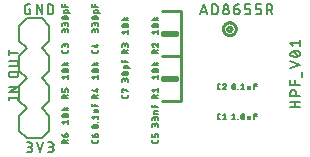
<source format=gto>
G75*
%MOIN*%
%OFA0B0*%
%FSLAX25Y25*%
%IPPOS*%
%LPD*%
%AMOC8*
5,1,8,0,0,1.08239X$1,22.5*
%
%ADD10C,0.01000*%
%ADD11C,0.00800*%
%ADD12C,0.00500*%
%ADD13C,0.00600*%
D10*
X0054300Y0021500D02*
X0060800Y0021500D01*
X0060800Y0036500D01*
X0054300Y0036500D01*
X0060800Y0036500D02*
X0060800Y0051500D01*
X0054300Y0051500D01*
X0054300Y0044500D02*
X0054300Y0043500D01*
X0059300Y0043500D01*
X0059300Y0044500D01*
X0054300Y0044500D01*
X0076093Y0045500D02*
X0076095Y0045553D01*
X0076101Y0045605D01*
X0076111Y0045657D01*
X0076124Y0045708D01*
X0076142Y0045758D01*
X0076163Y0045807D01*
X0076188Y0045854D01*
X0076216Y0045898D01*
X0076247Y0045941D01*
X0076282Y0045981D01*
X0076319Y0046018D01*
X0076359Y0046053D01*
X0076402Y0046084D01*
X0076447Y0046112D01*
X0076493Y0046137D01*
X0076542Y0046158D01*
X0076592Y0046176D01*
X0076643Y0046189D01*
X0076695Y0046199D01*
X0076747Y0046205D01*
X0076800Y0046207D01*
X0076853Y0046205D01*
X0076905Y0046199D01*
X0076957Y0046189D01*
X0077008Y0046176D01*
X0077058Y0046158D01*
X0077107Y0046137D01*
X0077154Y0046112D01*
X0077198Y0046084D01*
X0077241Y0046053D01*
X0077281Y0046018D01*
X0077318Y0045981D01*
X0077353Y0045941D01*
X0077384Y0045898D01*
X0077412Y0045853D01*
X0077437Y0045807D01*
X0077458Y0045758D01*
X0077476Y0045708D01*
X0077489Y0045657D01*
X0077499Y0045605D01*
X0077505Y0045553D01*
X0077507Y0045500D01*
X0077505Y0045447D01*
X0077499Y0045395D01*
X0077489Y0045343D01*
X0077476Y0045292D01*
X0077458Y0045242D01*
X0077437Y0045193D01*
X0077412Y0045146D01*
X0077384Y0045102D01*
X0077353Y0045059D01*
X0077318Y0045019D01*
X0077281Y0044982D01*
X0077241Y0044947D01*
X0077198Y0044916D01*
X0077153Y0044888D01*
X0077107Y0044863D01*
X0077058Y0044842D01*
X0077008Y0044824D01*
X0076957Y0044811D01*
X0076905Y0044801D01*
X0076853Y0044795D01*
X0076800Y0044793D01*
X0076747Y0044795D01*
X0076695Y0044801D01*
X0076643Y0044811D01*
X0076592Y0044824D01*
X0076542Y0044842D01*
X0076493Y0044863D01*
X0076446Y0044888D01*
X0076402Y0044916D01*
X0076359Y0044947D01*
X0076319Y0044982D01*
X0076282Y0045019D01*
X0076247Y0045059D01*
X0076216Y0045102D01*
X0076188Y0045147D01*
X0076163Y0045193D01*
X0076142Y0045242D01*
X0076124Y0045292D01*
X0076111Y0045343D01*
X0076101Y0045395D01*
X0076095Y0045447D01*
X0076093Y0045500D01*
X0074679Y0045500D02*
X0074681Y0045592D01*
X0074687Y0045684D01*
X0074697Y0045775D01*
X0074711Y0045866D01*
X0074729Y0045956D01*
X0074750Y0046045D01*
X0074776Y0046134D01*
X0074805Y0046221D01*
X0074838Y0046306D01*
X0074875Y0046391D01*
X0074915Y0046473D01*
X0074959Y0046554D01*
X0075007Y0046633D01*
X0075057Y0046709D01*
X0075111Y0046784D01*
X0075169Y0046856D01*
X0075229Y0046925D01*
X0075292Y0046992D01*
X0075358Y0047056D01*
X0075427Y0047117D01*
X0075498Y0047175D01*
X0075572Y0047229D01*
X0075648Y0047281D01*
X0075726Y0047329D01*
X0075807Y0047374D01*
X0075889Y0047415D01*
X0075972Y0047453D01*
X0076058Y0047487D01*
X0076145Y0047517D01*
X0076233Y0047544D01*
X0076322Y0047566D01*
X0076412Y0047585D01*
X0076502Y0047600D01*
X0076594Y0047611D01*
X0076685Y0047618D01*
X0076777Y0047621D01*
X0076869Y0047620D01*
X0076961Y0047615D01*
X0077052Y0047606D01*
X0077143Y0047593D01*
X0077233Y0047576D01*
X0077323Y0047556D01*
X0077412Y0047531D01*
X0077499Y0047503D01*
X0077585Y0047470D01*
X0077670Y0047435D01*
X0077753Y0047395D01*
X0077834Y0047352D01*
X0077913Y0047305D01*
X0077990Y0047256D01*
X0078065Y0047202D01*
X0078138Y0047146D01*
X0078208Y0047086D01*
X0078275Y0047024D01*
X0078340Y0046959D01*
X0078402Y0046891D01*
X0078460Y0046820D01*
X0078516Y0046747D01*
X0078568Y0046671D01*
X0078617Y0046593D01*
X0078663Y0046514D01*
X0078705Y0046432D01*
X0078744Y0046349D01*
X0078779Y0046264D01*
X0078810Y0046177D01*
X0078837Y0046090D01*
X0078861Y0046001D01*
X0078881Y0045911D01*
X0078897Y0045820D01*
X0078909Y0045729D01*
X0078917Y0045638D01*
X0078921Y0045546D01*
X0078921Y0045454D01*
X0078917Y0045362D01*
X0078909Y0045271D01*
X0078897Y0045180D01*
X0078881Y0045089D01*
X0078861Y0044999D01*
X0078837Y0044910D01*
X0078810Y0044823D01*
X0078779Y0044736D01*
X0078744Y0044651D01*
X0078705Y0044568D01*
X0078663Y0044486D01*
X0078617Y0044407D01*
X0078568Y0044329D01*
X0078516Y0044253D01*
X0078460Y0044180D01*
X0078402Y0044109D01*
X0078340Y0044041D01*
X0078275Y0043976D01*
X0078208Y0043914D01*
X0078138Y0043854D01*
X0078065Y0043798D01*
X0077990Y0043744D01*
X0077913Y0043695D01*
X0077834Y0043648D01*
X0077753Y0043605D01*
X0077670Y0043565D01*
X0077585Y0043530D01*
X0077499Y0043497D01*
X0077412Y0043469D01*
X0077323Y0043444D01*
X0077233Y0043424D01*
X0077143Y0043407D01*
X0077052Y0043394D01*
X0076961Y0043385D01*
X0076869Y0043380D01*
X0076777Y0043379D01*
X0076685Y0043382D01*
X0076594Y0043389D01*
X0076502Y0043400D01*
X0076412Y0043415D01*
X0076322Y0043434D01*
X0076233Y0043456D01*
X0076145Y0043483D01*
X0076058Y0043513D01*
X0075972Y0043547D01*
X0075889Y0043585D01*
X0075807Y0043626D01*
X0075726Y0043671D01*
X0075648Y0043719D01*
X0075572Y0043771D01*
X0075498Y0043825D01*
X0075427Y0043883D01*
X0075358Y0043944D01*
X0075292Y0044008D01*
X0075229Y0044075D01*
X0075169Y0044144D01*
X0075111Y0044216D01*
X0075057Y0044291D01*
X0075007Y0044367D01*
X0074959Y0044446D01*
X0074915Y0044527D01*
X0074875Y0044609D01*
X0074838Y0044694D01*
X0074805Y0044779D01*
X0074776Y0044866D01*
X0074750Y0044955D01*
X0074729Y0045044D01*
X0074711Y0045134D01*
X0074697Y0045225D01*
X0074687Y0045316D01*
X0074681Y0045408D01*
X0074679Y0045500D01*
X0059300Y0029500D02*
X0054300Y0029500D01*
X0054300Y0028500D01*
X0059300Y0028500D01*
X0059300Y0029500D01*
D11*
X0010089Y0004400D02*
X0009200Y0004400D01*
X0010089Y0004400D02*
X0010147Y0004402D01*
X0010205Y0004408D01*
X0010262Y0004417D01*
X0010319Y0004430D01*
X0010375Y0004447D01*
X0010429Y0004468D01*
X0010482Y0004492D01*
X0010534Y0004519D01*
X0010583Y0004550D01*
X0010630Y0004584D01*
X0010675Y0004621D01*
X0010718Y0004660D01*
X0010757Y0004703D01*
X0010794Y0004748D01*
X0010828Y0004795D01*
X0010859Y0004845D01*
X0010886Y0004896D01*
X0010910Y0004949D01*
X0010931Y0005003D01*
X0010948Y0005059D01*
X0010961Y0005116D01*
X0010970Y0005173D01*
X0010976Y0005231D01*
X0010978Y0005289D01*
X0010976Y0005347D01*
X0010970Y0005405D01*
X0010961Y0005462D01*
X0010948Y0005519D01*
X0010931Y0005575D01*
X0010910Y0005629D01*
X0010886Y0005682D01*
X0010859Y0005734D01*
X0010828Y0005783D01*
X0010794Y0005830D01*
X0010757Y0005875D01*
X0010718Y0005918D01*
X0010675Y0005957D01*
X0010630Y0005994D01*
X0010583Y0006028D01*
X0010533Y0006059D01*
X0010482Y0006086D01*
X0010429Y0006110D01*
X0010375Y0006131D01*
X0010319Y0006148D01*
X0010262Y0006161D01*
X0010205Y0006170D01*
X0010147Y0006176D01*
X0010089Y0006178D01*
X0010267Y0006178D02*
X0009556Y0006178D01*
X0010267Y0006178D02*
X0010319Y0006180D01*
X0010371Y0006186D01*
X0010422Y0006195D01*
X0010472Y0006208D01*
X0010521Y0006225D01*
X0010569Y0006245D01*
X0010615Y0006269D01*
X0010659Y0006296D01*
X0010702Y0006326D01*
X0010741Y0006359D01*
X0010779Y0006396D01*
X0010814Y0006434D01*
X0010845Y0006475D01*
X0010874Y0006519D01*
X0010899Y0006564D01*
X0010921Y0006611D01*
X0010940Y0006659D01*
X0010955Y0006709D01*
X0010966Y0006760D01*
X0010974Y0006811D01*
X0010978Y0006863D01*
X0010978Y0006915D01*
X0010974Y0006967D01*
X0010966Y0007018D01*
X0010955Y0007069D01*
X0010940Y0007119D01*
X0010921Y0007167D01*
X0010899Y0007214D01*
X0010874Y0007259D01*
X0010845Y0007303D01*
X0010814Y0007344D01*
X0010779Y0007382D01*
X0010741Y0007419D01*
X0010702Y0007452D01*
X0010659Y0007482D01*
X0010615Y0007509D01*
X0010569Y0007533D01*
X0010521Y0007553D01*
X0010472Y0007570D01*
X0010422Y0007583D01*
X0010371Y0007592D01*
X0010319Y0007598D01*
X0010267Y0007600D01*
X0009200Y0007600D01*
X0009300Y0009000D02*
X0014300Y0009000D01*
X0016800Y0011500D01*
X0016800Y0016500D01*
X0014300Y0019000D01*
X0016800Y0021500D01*
X0016800Y0026500D01*
X0014300Y0029000D01*
X0016800Y0031500D01*
X0016800Y0036500D01*
X0014300Y0039000D01*
X0016800Y0041500D01*
X0016800Y0046500D01*
X0014300Y0049000D01*
X0009300Y0049000D01*
X0006800Y0046500D01*
X0006800Y0041500D01*
X0009300Y0039000D01*
X0006800Y0036500D01*
X0006800Y0031500D01*
X0009300Y0029000D01*
X0006800Y0026500D01*
X0006800Y0021500D01*
X0009300Y0019000D01*
X0006800Y0016500D01*
X0006800Y0011500D01*
X0009300Y0009000D01*
X0012622Y0007600D02*
X0013689Y0004400D01*
X0014756Y0007600D01*
X0016400Y0007600D02*
X0017467Y0007600D01*
X0017519Y0007598D01*
X0017571Y0007592D01*
X0017622Y0007583D01*
X0017672Y0007570D01*
X0017721Y0007553D01*
X0017769Y0007533D01*
X0017815Y0007509D01*
X0017859Y0007482D01*
X0017902Y0007452D01*
X0017941Y0007419D01*
X0017979Y0007382D01*
X0018014Y0007344D01*
X0018045Y0007303D01*
X0018074Y0007259D01*
X0018099Y0007214D01*
X0018121Y0007167D01*
X0018140Y0007119D01*
X0018155Y0007069D01*
X0018166Y0007018D01*
X0018174Y0006967D01*
X0018178Y0006915D01*
X0018178Y0006863D01*
X0018174Y0006811D01*
X0018166Y0006760D01*
X0018155Y0006709D01*
X0018140Y0006659D01*
X0018121Y0006611D01*
X0018099Y0006564D01*
X0018074Y0006519D01*
X0018045Y0006475D01*
X0018014Y0006434D01*
X0017979Y0006396D01*
X0017941Y0006359D01*
X0017902Y0006326D01*
X0017859Y0006296D01*
X0017815Y0006269D01*
X0017769Y0006245D01*
X0017721Y0006225D01*
X0017672Y0006208D01*
X0017622Y0006195D01*
X0017571Y0006186D01*
X0017519Y0006180D01*
X0017467Y0006178D01*
X0016756Y0006178D01*
X0017289Y0006178D02*
X0017347Y0006176D01*
X0017405Y0006170D01*
X0017462Y0006161D01*
X0017519Y0006148D01*
X0017575Y0006131D01*
X0017629Y0006110D01*
X0017682Y0006086D01*
X0017733Y0006059D01*
X0017783Y0006028D01*
X0017830Y0005994D01*
X0017875Y0005957D01*
X0017918Y0005918D01*
X0017957Y0005875D01*
X0017994Y0005830D01*
X0018028Y0005783D01*
X0018059Y0005734D01*
X0018086Y0005682D01*
X0018110Y0005629D01*
X0018131Y0005575D01*
X0018148Y0005519D01*
X0018161Y0005462D01*
X0018170Y0005405D01*
X0018176Y0005347D01*
X0018178Y0005289D01*
X0018176Y0005231D01*
X0018170Y0005173D01*
X0018161Y0005116D01*
X0018148Y0005059D01*
X0018131Y0005003D01*
X0018110Y0004949D01*
X0018086Y0004896D01*
X0018059Y0004845D01*
X0018028Y0004795D01*
X0017994Y0004748D01*
X0017957Y0004703D01*
X0017918Y0004660D01*
X0017875Y0004621D01*
X0017830Y0004584D01*
X0017783Y0004550D01*
X0017734Y0004519D01*
X0017682Y0004492D01*
X0017629Y0004468D01*
X0017575Y0004447D01*
X0017519Y0004430D01*
X0017462Y0004417D01*
X0017405Y0004408D01*
X0017347Y0004402D01*
X0017289Y0004400D01*
X0016400Y0004400D01*
X0006400Y0021900D02*
X0006400Y0022611D01*
X0006400Y0022256D02*
X0003200Y0022256D01*
X0003200Y0022611D02*
X0003200Y0021900D01*
X0003200Y0024367D02*
X0006400Y0026144D01*
X0003200Y0026144D01*
X0003200Y0024367D02*
X0006400Y0024367D01*
X0005511Y0029400D02*
X0004089Y0029400D01*
X0004031Y0029402D01*
X0003973Y0029408D01*
X0003916Y0029417D01*
X0003859Y0029430D01*
X0003803Y0029447D01*
X0003749Y0029468D01*
X0003696Y0029492D01*
X0003644Y0029519D01*
X0003595Y0029550D01*
X0003548Y0029584D01*
X0003503Y0029621D01*
X0003460Y0029660D01*
X0003421Y0029703D01*
X0003384Y0029748D01*
X0003350Y0029795D01*
X0003319Y0029845D01*
X0003292Y0029896D01*
X0003268Y0029949D01*
X0003247Y0030003D01*
X0003230Y0030059D01*
X0003217Y0030116D01*
X0003208Y0030173D01*
X0003202Y0030231D01*
X0003200Y0030289D01*
X0003202Y0030347D01*
X0003208Y0030405D01*
X0003217Y0030462D01*
X0003230Y0030519D01*
X0003247Y0030575D01*
X0003268Y0030629D01*
X0003292Y0030682D01*
X0003319Y0030734D01*
X0003350Y0030783D01*
X0003384Y0030830D01*
X0003421Y0030875D01*
X0003460Y0030918D01*
X0003503Y0030957D01*
X0003548Y0030994D01*
X0003595Y0031028D01*
X0003645Y0031059D01*
X0003696Y0031086D01*
X0003749Y0031110D01*
X0003803Y0031131D01*
X0003859Y0031148D01*
X0003916Y0031161D01*
X0003973Y0031170D01*
X0004031Y0031176D01*
X0004089Y0031178D01*
X0005511Y0031178D01*
X0005569Y0031176D01*
X0005627Y0031170D01*
X0005684Y0031161D01*
X0005741Y0031148D01*
X0005797Y0031131D01*
X0005851Y0031110D01*
X0005904Y0031086D01*
X0005955Y0031059D01*
X0006005Y0031028D01*
X0006052Y0030994D01*
X0006097Y0030957D01*
X0006140Y0030918D01*
X0006179Y0030875D01*
X0006216Y0030830D01*
X0006250Y0030783D01*
X0006281Y0030734D01*
X0006308Y0030682D01*
X0006332Y0030629D01*
X0006353Y0030575D01*
X0006370Y0030519D01*
X0006383Y0030462D01*
X0006392Y0030405D01*
X0006398Y0030347D01*
X0006400Y0030289D01*
X0006398Y0030231D01*
X0006392Y0030173D01*
X0006383Y0030116D01*
X0006370Y0030059D01*
X0006353Y0030003D01*
X0006332Y0029949D01*
X0006308Y0029896D01*
X0006281Y0029845D01*
X0006250Y0029795D01*
X0006216Y0029748D01*
X0006179Y0029703D01*
X0006140Y0029660D01*
X0006097Y0029621D01*
X0006052Y0029584D01*
X0006005Y0029550D01*
X0005956Y0029519D01*
X0005904Y0029492D01*
X0005851Y0029468D01*
X0005797Y0029447D01*
X0005741Y0029430D01*
X0005684Y0029417D01*
X0005627Y0029408D01*
X0005569Y0029402D01*
X0005511Y0029400D01*
X0005511Y0033120D02*
X0003200Y0033120D01*
X0005511Y0033120D02*
X0005569Y0033122D01*
X0005627Y0033128D01*
X0005684Y0033137D01*
X0005741Y0033150D01*
X0005797Y0033167D01*
X0005851Y0033188D01*
X0005904Y0033212D01*
X0005956Y0033239D01*
X0006005Y0033270D01*
X0006052Y0033304D01*
X0006097Y0033341D01*
X0006140Y0033380D01*
X0006179Y0033423D01*
X0006216Y0033468D01*
X0006250Y0033515D01*
X0006281Y0033565D01*
X0006308Y0033616D01*
X0006332Y0033669D01*
X0006353Y0033723D01*
X0006370Y0033779D01*
X0006383Y0033836D01*
X0006392Y0033893D01*
X0006398Y0033951D01*
X0006400Y0034009D01*
X0006398Y0034067D01*
X0006392Y0034125D01*
X0006383Y0034182D01*
X0006370Y0034239D01*
X0006353Y0034295D01*
X0006332Y0034349D01*
X0006308Y0034402D01*
X0006281Y0034454D01*
X0006250Y0034503D01*
X0006216Y0034550D01*
X0006179Y0034595D01*
X0006140Y0034638D01*
X0006097Y0034677D01*
X0006052Y0034714D01*
X0006005Y0034748D01*
X0005955Y0034779D01*
X0005904Y0034806D01*
X0005851Y0034830D01*
X0005797Y0034851D01*
X0005741Y0034868D01*
X0005684Y0034881D01*
X0005627Y0034890D01*
X0005569Y0034896D01*
X0005511Y0034898D01*
X0003200Y0034898D01*
X0003200Y0036600D02*
X0003200Y0038378D01*
X0003200Y0037489D02*
X0006400Y0037489D01*
X0009411Y0050400D02*
X0010478Y0050400D01*
X0010478Y0052178D01*
X0009944Y0052178D01*
X0008700Y0051111D02*
X0008702Y0051060D01*
X0008707Y0051010D01*
X0008716Y0050960D01*
X0008729Y0050911D01*
X0008745Y0050863D01*
X0008764Y0050816D01*
X0008787Y0050770D01*
X0008813Y0050727D01*
X0008842Y0050685D01*
X0008874Y0050645D01*
X0008908Y0050608D01*
X0008945Y0050574D01*
X0008985Y0050542D01*
X0009027Y0050513D01*
X0009070Y0050487D01*
X0009116Y0050464D01*
X0009163Y0050445D01*
X0009211Y0050429D01*
X0009260Y0050416D01*
X0009310Y0050407D01*
X0009360Y0050402D01*
X0009411Y0050400D01*
X0008700Y0051111D02*
X0008700Y0052889D01*
X0008702Y0052942D01*
X0008708Y0052995D01*
X0008718Y0053047D01*
X0008732Y0053099D01*
X0008749Y0053149D01*
X0008770Y0053197D01*
X0008795Y0053244D01*
X0008824Y0053290D01*
X0008855Y0053332D01*
X0008890Y0053373D01*
X0008927Y0053410D01*
X0008968Y0053445D01*
X0009010Y0053476D01*
X0009055Y0053505D01*
X0009103Y0053530D01*
X0009151Y0053551D01*
X0009201Y0053568D01*
X0009253Y0053582D01*
X0009305Y0053592D01*
X0009358Y0053598D01*
X0009411Y0053600D01*
X0010478Y0053600D01*
X0012540Y0053600D02*
X0014318Y0050400D01*
X0014318Y0053600D01*
X0012540Y0053600D02*
X0012540Y0050400D01*
X0016380Y0050400D02*
X0017269Y0050400D01*
X0016380Y0050400D02*
X0016380Y0053600D01*
X0017269Y0053600D01*
X0017327Y0053598D01*
X0017385Y0053592D01*
X0017442Y0053583D01*
X0017499Y0053570D01*
X0017555Y0053553D01*
X0017609Y0053532D01*
X0017662Y0053508D01*
X0017714Y0053481D01*
X0017763Y0053450D01*
X0017810Y0053416D01*
X0017855Y0053379D01*
X0017898Y0053340D01*
X0017937Y0053297D01*
X0017974Y0053252D01*
X0018008Y0053205D01*
X0018039Y0053156D01*
X0018066Y0053104D01*
X0018090Y0053051D01*
X0018111Y0052997D01*
X0018128Y0052941D01*
X0018141Y0052884D01*
X0018150Y0052827D01*
X0018156Y0052769D01*
X0018158Y0052711D01*
X0018158Y0051289D01*
X0018156Y0051231D01*
X0018150Y0051173D01*
X0018141Y0051116D01*
X0018128Y0051059D01*
X0018111Y0051003D01*
X0018090Y0050949D01*
X0018066Y0050896D01*
X0018039Y0050845D01*
X0018008Y0050795D01*
X0017974Y0050748D01*
X0017937Y0050703D01*
X0017898Y0050660D01*
X0017855Y0050621D01*
X0017810Y0050584D01*
X0017763Y0050550D01*
X0017714Y0050519D01*
X0017662Y0050492D01*
X0017609Y0050468D01*
X0017555Y0050447D01*
X0017499Y0050430D01*
X0017442Y0050417D01*
X0017385Y0050408D01*
X0017327Y0050402D01*
X0017269Y0050400D01*
D12*
X0021572Y0049596D02*
X0022628Y0048751D01*
X0023050Y0049174D02*
X0023048Y0049211D01*
X0023043Y0049248D01*
X0023034Y0049284D01*
X0023022Y0049320D01*
X0023006Y0049354D01*
X0022988Y0049386D01*
X0022966Y0049416D01*
X0022942Y0049444D01*
X0022914Y0049470D01*
X0022885Y0049493D01*
X0022854Y0049513D01*
X0022820Y0049530D01*
X0022786Y0049544D01*
X0023050Y0049174D02*
X0023048Y0049137D01*
X0023043Y0049100D01*
X0023034Y0049064D01*
X0023022Y0049028D01*
X0023006Y0048994D01*
X0022988Y0048962D01*
X0022966Y0048932D01*
X0022942Y0048904D01*
X0022914Y0048878D01*
X0022885Y0048855D01*
X0022854Y0048835D01*
X0022820Y0048818D01*
X0022786Y0048804D01*
X0021414Y0049544D02*
X0021380Y0049530D01*
X0021346Y0049513D01*
X0021315Y0049493D01*
X0021286Y0049470D01*
X0021259Y0049444D01*
X0021234Y0049416D01*
X0021212Y0049386D01*
X0021194Y0049354D01*
X0021178Y0049320D01*
X0021166Y0049284D01*
X0021157Y0049248D01*
X0021152Y0049211D01*
X0021150Y0049174D01*
X0021152Y0049137D01*
X0021157Y0049100D01*
X0021166Y0049064D01*
X0021178Y0049028D01*
X0021194Y0048994D01*
X0021212Y0048962D01*
X0021234Y0048932D01*
X0021259Y0048904D01*
X0021286Y0048878D01*
X0021315Y0048855D01*
X0021346Y0048835D01*
X0021380Y0048818D01*
X0021414Y0048804D01*
X0021414Y0049544D02*
X0021478Y0049573D01*
X0021544Y0049600D01*
X0021611Y0049624D01*
X0021679Y0049644D01*
X0021748Y0049662D01*
X0021817Y0049676D01*
X0021888Y0049688D01*
X0021958Y0049696D01*
X0022029Y0049700D01*
X0022100Y0049702D01*
X0022100Y0048646D02*
X0022029Y0048648D01*
X0021958Y0048652D01*
X0021888Y0048660D01*
X0021817Y0048672D01*
X0021748Y0048686D01*
X0021679Y0048704D01*
X0021611Y0048724D01*
X0021544Y0048748D01*
X0021478Y0048775D01*
X0021414Y0048804D01*
X0022100Y0049702D02*
X0022171Y0049700D01*
X0022242Y0049696D01*
X0022312Y0049688D01*
X0022383Y0049676D01*
X0022452Y0049662D01*
X0022521Y0049644D01*
X0022589Y0049624D01*
X0022656Y0049600D01*
X0022722Y0049573D01*
X0022786Y0049544D01*
X0022786Y0048804D02*
X0022722Y0048775D01*
X0022656Y0048748D01*
X0022589Y0048724D01*
X0022521Y0048704D01*
X0022452Y0048686D01*
X0022383Y0048672D01*
X0022312Y0048660D01*
X0022242Y0048652D01*
X0022171Y0048648D01*
X0022100Y0048646D01*
X0021994Y0047119D02*
X0021994Y0046697D01*
X0021994Y0047119D02*
X0021992Y0047159D01*
X0021986Y0047199D01*
X0021977Y0047238D01*
X0021964Y0047276D01*
X0021947Y0047312D01*
X0021927Y0047347D01*
X0021904Y0047380D01*
X0021877Y0047410D01*
X0021848Y0047438D01*
X0021817Y0047463D01*
X0021783Y0047484D01*
X0021747Y0047503D01*
X0021710Y0047518D01*
X0021671Y0047529D01*
X0021632Y0047537D01*
X0021592Y0047541D01*
X0021552Y0047541D01*
X0021512Y0047537D01*
X0021473Y0047529D01*
X0021434Y0047518D01*
X0021397Y0047503D01*
X0021361Y0047484D01*
X0021327Y0047463D01*
X0021296Y0047438D01*
X0021267Y0047410D01*
X0021240Y0047380D01*
X0021217Y0047347D01*
X0021197Y0047312D01*
X0021180Y0047276D01*
X0021167Y0047238D01*
X0021158Y0047199D01*
X0021152Y0047159D01*
X0021150Y0047119D01*
X0021150Y0046486D01*
X0021994Y0047014D02*
X0021996Y0047059D01*
X0022002Y0047103D01*
X0022011Y0047147D01*
X0022024Y0047190D01*
X0022041Y0047231D01*
X0022061Y0047272D01*
X0022085Y0047310D01*
X0022111Y0047346D01*
X0022141Y0047379D01*
X0022173Y0047410D01*
X0022208Y0047439D01*
X0022245Y0047464D01*
X0022284Y0047485D01*
X0022325Y0047504D01*
X0022367Y0047519D01*
X0022411Y0047530D01*
X0022455Y0047538D01*
X0022500Y0047542D01*
X0022544Y0047542D01*
X0022589Y0047538D01*
X0022633Y0047530D01*
X0022677Y0047519D01*
X0022719Y0047504D01*
X0022760Y0047485D01*
X0022799Y0047464D01*
X0022836Y0047439D01*
X0022871Y0047410D01*
X0022903Y0047379D01*
X0022933Y0047346D01*
X0022959Y0047310D01*
X0022983Y0047272D01*
X0023003Y0047231D01*
X0023020Y0047190D01*
X0023033Y0047147D01*
X0023042Y0047103D01*
X0023048Y0047059D01*
X0023050Y0047014D01*
X0023050Y0046486D01*
X0023050Y0044854D02*
X0023050Y0044326D01*
X0023050Y0044854D02*
X0023048Y0044899D01*
X0023042Y0044943D01*
X0023033Y0044987D01*
X0023020Y0045030D01*
X0023003Y0045071D01*
X0022983Y0045112D01*
X0022959Y0045150D01*
X0022933Y0045186D01*
X0022903Y0045219D01*
X0022871Y0045250D01*
X0022836Y0045279D01*
X0022799Y0045304D01*
X0022760Y0045325D01*
X0022719Y0045344D01*
X0022677Y0045359D01*
X0022633Y0045370D01*
X0022589Y0045378D01*
X0022544Y0045382D01*
X0022500Y0045382D01*
X0022455Y0045378D01*
X0022411Y0045370D01*
X0022367Y0045359D01*
X0022325Y0045344D01*
X0022284Y0045325D01*
X0022245Y0045304D01*
X0022208Y0045279D01*
X0022173Y0045250D01*
X0022141Y0045219D01*
X0022111Y0045186D01*
X0022085Y0045150D01*
X0022061Y0045112D01*
X0022041Y0045071D01*
X0022024Y0045030D01*
X0022011Y0044987D01*
X0022002Y0044943D01*
X0021996Y0044899D01*
X0021994Y0044854D01*
X0021994Y0044959D02*
X0021994Y0044537D01*
X0021994Y0044959D02*
X0021992Y0044999D01*
X0021986Y0045039D01*
X0021977Y0045078D01*
X0021964Y0045116D01*
X0021947Y0045152D01*
X0021927Y0045187D01*
X0021904Y0045220D01*
X0021877Y0045250D01*
X0021848Y0045278D01*
X0021817Y0045303D01*
X0021783Y0045324D01*
X0021747Y0045343D01*
X0021710Y0045358D01*
X0021671Y0045369D01*
X0021632Y0045377D01*
X0021592Y0045381D01*
X0021552Y0045381D01*
X0021512Y0045377D01*
X0021473Y0045369D01*
X0021434Y0045358D01*
X0021397Y0045343D01*
X0021361Y0045324D01*
X0021327Y0045303D01*
X0021296Y0045278D01*
X0021267Y0045250D01*
X0021240Y0045220D01*
X0021217Y0045187D01*
X0021197Y0045152D01*
X0021180Y0045116D01*
X0021167Y0045078D01*
X0021158Y0045039D01*
X0021152Y0044999D01*
X0021150Y0044959D01*
X0021150Y0044326D01*
X0021150Y0040011D02*
X0021150Y0039378D01*
X0021150Y0040011D02*
X0021152Y0040051D01*
X0021158Y0040091D01*
X0021167Y0040130D01*
X0021180Y0040168D01*
X0021197Y0040204D01*
X0021217Y0040239D01*
X0021240Y0040272D01*
X0021267Y0040302D01*
X0021296Y0040330D01*
X0021327Y0040355D01*
X0021361Y0040376D01*
X0021397Y0040395D01*
X0021434Y0040410D01*
X0021473Y0040421D01*
X0021512Y0040429D01*
X0021552Y0040433D01*
X0021592Y0040433D01*
X0021632Y0040429D01*
X0021671Y0040421D01*
X0021710Y0040410D01*
X0021747Y0040395D01*
X0021783Y0040376D01*
X0021817Y0040355D01*
X0021848Y0040330D01*
X0021877Y0040302D01*
X0021904Y0040272D01*
X0021927Y0040239D01*
X0021947Y0040204D01*
X0021964Y0040168D01*
X0021977Y0040130D01*
X0021986Y0040091D01*
X0021992Y0040051D01*
X0021994Y0040011D01*
X0021994Y0039589D01*
X0021994Y0039906D02*
X0021996Y0039951D01*
X0022002Y0039995D01*
X0022011Y0040039D01*
X0022024Y0040082D01*
X0022041Y0040123D01*
X0022061Y0040164D01*
X0022085Y0040202D01*
X0022111Y0040238D01*
X0022141Y0040271D01*
X0022173Y0040302D01*
X0022208Y0040331D01*
X0022245Y0040356D01*
X0022284Y0040377D01*
X0022325Y0040396D01*
X0022367Y0040411D01*
X0022411Y0040422D01*
X0022455Y0040430D01*
X0022500Y0040434D01*
X0022544Y0040434D01*
X0022589Y0040430D01*
X0022633Y0040422D01*
X0022677Y0040411D01*
X0022719Y0040396D01*
X0022760Y0040377D01*
X0022799Y0040356D01*
X0022836Y0040331D01*
X0022871Y0040302D01*
X0022903Y0040271D01*
X0022933Y0040238D01*
X0022959Y0040202D01*
X0022983Y0040164D01*
X0023003Y0040123D01*
X0023020Y0040082D01*
X0023033Y0040039D01*
X0023042Y0039995D01*
X0023048Y0039951D01*
X0023050Y0039906D01*
X0023050Y0039378D01*
X0023050Y0038411D02*
X0023050Y0037989D01*
X0023048Y0037950D01*
X0023043Y0037911D01*
X0023034Y0037874D01*
X0023022Y0037837D01*
X0023006Y0037801D01*
X0022987Y0037767D01*
X0022965Y0037735D01*
X0022940Y0037705D01*
X0022912Y0037677D01*
X0022882Y0037652D01*
X0022850Y0037630D01*
X0022816Y0037611D01*
X0022780Y0037595D01*
X0022743Y0037583D01*
X0022706Y0037574D01*
X0022667Y0037569D01*
X0022628Y0037567D01*
X0021572Y0037567D01*
X0021533Y0037569D01*
X0021494Y0037574D01*
X0021457Y0037583D01*
X0021420Y0037595D01*
X0021384Y0037611D01*
X0021350Y0037630D01*
X0021318Y0037652D01*
X0021288Y0037677D01*
X0021260Y0037705D01*
X0021235Y0037735D01*
X0021213Y0037767D01*
X0021194Y0037801D01*
X0021179Y0037837D01*
X0021166Y0037873D01*
X0021157Y0037911D01*
X0021152Y0037950D01*
X0021150Y0037989D01*
X0021150Y0038411D01*
X0021783Y0034122D02*
X0022417Y0033278D01*
X0022153Y0033647D02*
X0023050Y0034122D01*
X0023050Y0033278D02*
X0021150Y0033278D01*
X0022100Y0031038D02*
X0022171Y0031040D01*
X0022242Y0031044D01*
X0022312Y0031052D01*
X0022383Y0031064D01*
X0022452Y0031078D01*
X0022521Y0031096D01*
X0022589Y0031116D01*
X0022656Y0031140D01*
X0022722Y0031167D01*
X0022786Y0031196D01*
X0022628Y0031143D02*
X0021572Y0031988D01*
X0021414Y0031936D02*
X0021380Y0031922D01*
X0021346Y0031905D01*
X0021315Y0031885D01*
X0021286Y0031862D01*
X0021259Y0031836D01*
X0021234Y0031808D01*
X0021212Y0031778D01*
X0021194Y0031746D01*
X0021178Y0031712D01*
X0021166Y0031676D01*
X0021157Y0031640D01*
X0021152Y0031603D01*
X0021150Y0031566D01*
X0021152Y0031529D01*
X0021157Y0031492D01*
X0021166Y0031456D01*
X0021178Y0031420D01*
X0021194Y0031386D01*
X0021212Y0031354D01*
X0021234Y0031324D01*
X0021259Y0031296D01*
X0021286Y0031270D01*
X0021315Y0031247D01*
X0021346Y0031227D01*
X0021380Y0031210D01*
X0021414Y0031196D01*
X0021414Y0031936D02*
X0021478Y0031965D01*
X0021544Y0031992D01*
X0021611Y0032016D01*
X0021679Y0032036D01*
X0021748Y0032054D01*
X0021817Y0032068D01*
X0021888Y0032080D01*
X0021958Y0032088D01*
X0022029Y0032092D01*
X0022100Y0032094D01*
X0022100Y0031038D02*
X0022029Y0031040D01*
X0021958Y0031044D01*
X0021888Y0031052D01*
X0021817Y0031064D01*
X0021748Y0031078D01*
X0021679Y0031096D01*
X0021611Y0031116D01*
X0021544Y0031140D01*
X0021478Y0031167D01*
X0021414Y0031196D01*
X0022100Y0032094D02*
X0022171Y0032092D01*
X0022242Y0032088D01*
X0022312Y0032080D01*
X0022383Y0032068D01*
X0022452Y0032054D01*
X0022521Y0032036D01*
X0022589Y0032016D01*
X0022656Y0031992D01*
X0022722Y0031965D01*
X0022786Y0031936D01*
X0022820Y0031922D01*
X0022854Y0031905D01*
X0022885Y0031885D01*
X0022914Y0031862D01*
X0022942Y0031836D01*
X0022966Y0031808D01*
X0022988Y0031778D01*
X0023006Y0031746D01*
X0023022Y0031712D01*
X0023034Y0031676D01*
X0023043Y0031640D01*
X0023048Y0031603D01*
X0023050Y0031566D01*
X0023048Y0031529D01*
X0023043Y0031492D01*
X0023034Y0031456D01*
X0023022Y0031420D01*
X0023006Y0031386D01*
X0022988Y0031354D01*
X0022966Y0031324D01*
X0022942Y0031296D01*
X0022914Y0031270D01*
X0022885Y0031247D01*
X0022854Y0031227D01*
X0022820Y0031210D01*
X0022786Y0031196D01*
X0023050Y0029934D02*
X0023050Y0028878D01*
X0023050Y0029406D02*
X0021150Y0029406D01*
X0021572Y0028878D01*
X0021150Y0025595D02*
X0021150Y0024540D01*
X0021994Y0024540D01*
X0021994Y0025173D01*
X0021995Y0025173D02*
X0021997Y0025212D01*
X0022002Y0025251D01*
X0022011Y0025288D01*
X0022023Y0025325D01*
X0022039Y0025361D01*
X0022058Y0025395D01*
X0022080Y0025427D01*
X0022105Y0025457D01*
X0022133Y0025485D01*
X0022163Y0025510D01*
X0022195Y0025532D01*
X0022229Y0025551D01*
X0022265Y0025567D01*
X0022302Y0025579D01*
X0022339Y0025588D01*
X0022378Y0025593D01*
X0022417Y0025595D01*
X0022628Y0025595D01*
X0022667Y0025593D01*
X0022706Y0025588D01*
X0022743Y0025579D01*
X0022780Y0025567D01*
X0022816Y0025551D01*
X0022850Y0025532D01*
X0022882Y0025510D01*
X0022912Y0025485D01*
X0022940Y0025457D01*
X0022965Y0025427D01*
X0022987Y0025395D01*
X0023006Y0025361D01*
X0023022Y0025325D01*
X0023034Y0025288D01*
X0023043Y0025251D01*
X0023048Y0025212D01*
X0023050Y0025173D01*
X0023050Y0024540D01*
X0023050Y0023460D02*
X0022206Y0023038D01*
X0022206Y0022933D02*
X0022206Y0022405D01*
X0022206Y0022933D02*
X0022204Y0022978D01*
X0022198Y0023022D01*
X0022189Y0023066D01*
X0022176Y0023109D01*
X0022159Y0023150D01*
X0022139Y0023191D01*
X0022115Y0023229D01*
X0022089Y0023265D01*
X0022059Y0023298D01*
X0022027Y0023329D01*
X0021992Y0023358D01*
X0021955Y0023383D01*
X0021916Y0023404D01*
X0021875Y0023423D01*
X0021833Y0023438D01*
X0021789Y0023449D01*
X0021745Y0023457D01*
X0021700Y0023461D01*
X0021656Y0023461D01*
X0021611Y0023457D01*
X0021567Y0023449D01*
X0021523Y0023438D01*
X0021481Y0023423D01*
X0021440Y0023404D01*
X0021401Y0023383D01*
X0021364Y0023358D01*
X0021329Y0023329D01*
X0021297Y0023298D01*
X0021267Y0023265D01*
X0021241Y0023229D01*
X0021217Y0023191D01*
X0021197Y0023150D01*
X0021180Y0023109D01*
X0021167Y0023066D01*
X0021158Y0023022D01*
X0021152Y0022978D01*
X0021150Y0022933D01*
X0021150Y0022405D01*
X0023050Y0022405D01*
X0023050Y0019122D02*
X0022153Y0018647D01*
X0022417Y0018278D02*
X0021783Y0019122D01*
X0021150Y0018278D02*
X0023050Y0018278D01*
X0022786Y0016196D02*
X0022722Y0016167D01*
X0022656Y0016140D01*
X0022589Y0016116D01*
X0022521Y0016096D01*
X0022452Y0016078D01*
X0022383Y0016064D01*
X0022312Y0016052D01*
X0022242Y0016044D01*
X0022171Y0016040D01*
X0022100Y0016038D01*
X0022100Y0017094D02*
X0022029Y0017092D01*
X0021958Y0017088D01*
X0021888Y0017080D01*
X0021817Y0017068D01*
X0021748Y0017054D01*
X0021679Y0017036D01*
X0021611Y0017016D01*
X0021544Y0016992D01*
X0021478Y0016965D01*
X0021414Y0016936D01*
X0021572Y0016988D02*
X0022628Y0016143D01*
X0023050Y0016566D02*
X0023048Y0016603D01*
X0023043Y0016640D01*
X0023034Y0016676D01*
X0023022Y0016712D01*
X0023006Y0016746D01*
X0022988Y0016778D01*
X0022966Y0016808D01*
X0022942Y0016836D01*
X0022914Y0016862D01*
X0022885Y0016885D01*
X0022854Y0016905D01*
X0022820Y0016922D01*
X0022786Y0016936D01*
X0023050Y0016566D02*
X0023048Y0016529D01*
X0023043Y0016492D01*
X0023034Y0016456D01*
X0023022Y0016420D01*
X0023006Y0016386D01*
X0022988Y0016354D01*
X0022966Y0016324D01*
X0022942Y0016296D01*
X0022914Y0016270D01*
X0022885Y0016247D01*
X0022854Y0016227D01*
X0022820Y0016210D01*
X0022786Y0016196D01*
X0022786Y0016936D02*
X0022722Y0016965D01*
X0022656Y0016992D01*
X0022589Y0017016D01*
X0022521Y0017036D01*
X0022452Y0017054D01*
X0022383Y0017068D01*
X0022312Y0017080D01*
X0022242Y0017088D01*
X0022171Y0017092D01*
X0022100Y0017094D01*
X0022100Y0016038D02*
X0022029Y0016040D01*
X0021958Y0016044D01*
X0021888Y0016052D01*
X0021817Y0016064D01*
X0021748Y0016078D01*
X0021679Y0016096D01*
X0021611Y0016116D01*
X0021544Y0016140D01*
X0021478Y0016167D01*
X0021414Y0016196D01*
X0021150Y0016566D02*
X0021152Y0016603D01*
X0021157Y0016640D01*
X0021166Y0016676D01*
X0021178Y0016712D01*
X0021194Y0016746D01*
X0021212Y0016778D01*
X0021234Y0016808D01*
X0021259Y0016836D01*
X0021286Y0016862D01*
X0021315Y0016885D01*
X0021346Y0016905D01*
X0021380Y0016922D01*
X0021414Y0016936D01*
X0021150Y0016566D02*
X0021152Y0016529D01*
X0021157Y0016492D01*
X0021166Y0016456D01*
X0021178Y0016420D01*
X0021194Y0016386D01*
X0021212Y0016354D01*
X0021234Y0016324D01*
X0021259Y0016296D01*
X0021286Y0016270D01*
X0021315Y0016247D01*
X0021346Y0016227D01*
X0021380Y0016210D01*
X0021414Y0016196D01*
X0023050Y0014934D02*
X0023050Y0013878D01*
X0023050Y0014406D02*
X0021150Y0014406D01*
X0021572Y0013878D01*
X0022417Y0010595D02*
X0022522Y0010595D01*
X0022417Y0010595D02*
X0022378Y0010593D01*
X0022339Y0010588D01*
X0022302Y0010579D01*
X0022265Y0010567D01*
X0022229Y0010551D01*
X0022195Y0010532D01*
X0022163Y0010510D01*
X0022133Y0010485D01*
X0022105Y0010457D01*
X0022080Y0010427D01*
X0022058Y0010395D01*
X0022039Y0010361D01*
X0022023Y0010325D01*
X0022011Y0010288D01*
X0022002Y0010251D01*
X0021997Y0010212D01*
X0021995Y0010173D01*
X0021994Y0010173D02*
X0021994Y0009540D01*
X0022522Y0009540D01*
X0022522Y0009539D02*
X0022567Y0009541D01*
X0022611Y0009547D01*
X0022655Y0009556D01*
X0022698Y0009569D01*
X0022739Y0009586D01*
X0022780Y0009606D01*
X0022818Y0009630D01*
X0022854Y0009656D01*
X0022887Y0009686D01*
X0022918Y0009718D01*
X0022947Y0009753D01*
X0022972Y0009790D01*
X0022993Y0009829D01*
X0023012Y0009870D01*
X0023027Y0009912D01*
X0023038Y0009956D01*
X0023046Y0010000D01*
X0023050Y0010045D01*
X0023050Y0010089D01*
X0023046Y0010134D01*
X0023038Y0010178D01*
X0023027Y0010222D01*
X0023012Y0010264D01*
X0022993Y0010305D01*
X0022972Y0010344D01*
X0022947Y0010381D01*
X0022918Y0010416D01*
X0022887Y0010448D01*
X0022854Y0010478D01*
X0022818Y0010504D01*
X0022780Y0010528D01*
X0022739Y0010548D01*
X0022698Y0010565D01*
X0022655Y0010578D01*
X0022611Y0010587D01*
X0022567Y0010593D01*
X0022522Y0010595D01*
X0021994Y0009540D02*
X0021936Y0009542D01*
X0021879Y0009548D01*
X0021822Y0009558D01*
X0021766Y0009571D01*
X0021711Y0009589D01*
X0021658Y0009610D01*
X0021606Y0009635D01*
X0021555Y0009663D01*
X0021507Y0009694D01*
X0021461Y0009729D01*
X0021418Y0009767D01*
X0021377Y0009808D01*
X0021339Y0009851D01*
X0021304Y0009897D01*
X0021273Y0009945D01*
X0021245Y0009996D01*
X0021220Y0010048D01*
X0021199Y0010101D01*
X0021181Y0010156D01*
X0021168Y0010212D01*
X0021158Y0010269D01*
X0021152Y0010326D01*
X0021150Y0010384D01*
X0022206Y0008038D02*
X0023050Y0008460D01*
X0022206Y0007933D02*
X0022206Y0007405D01*
X0022206Y0007933D02*
X0022204Y0007978D01*
X0022198Y0008022D01*
X0022189Y0008066D01*
X0022176Y0008109D01*
X0022159Y0008150D01*
X0022139Y0008191D01*
X0022115Y0008229D01*
X0022089Y0008265D01*
X0022059Y0008298D01*
X0022027Y0008329D01*
X0021992Y0008358D01*
X0021955Y0008383D01*
X0021916Y0008404D01*
X0021875Y0008423D01*
X0021833Y0008438D01*
X0021789Y0008449D01*
X0021745Y0008457D01*
X0021700Y0008461D01*
X0021656Y0008461D01*
X0021611Y0008457D01*
X0021567Y0008449D01*
X0021523Y0008438D01*
X0021481Y0008423D01*
X0021440Y0008404D01*
X0021401Y0008383D01*
X0021364Y0008358D01*
X0021329Y0008329D01*
X0021297Y0008298D01*
X0021267Y0008265D01*
X0021241Y0008229D01*
X0021217Y0008191D01*
X0021197Y0008150D01*
X0021180Y0008109D01*
X0021167Y0008066D01*
X0021158Y0008022D01*
X0021152Y0007978D01*
X0021150Y0007933D01*
X0021150Y0007405D01*
X0023050Y0007405D01*
X0031150Y0007989D02*
X0031150Y0008411D01*
X0031150Y0007989D02*
X0031152Y0007950D01*
X0031157Y0007911D01*
X0031166Y0007873D01*
X0031179Y0007837D01*
X0031194Y0007801D01*
X0031213Y0007767D01*
X0031235Y0007735D01*
X0031260Y0007705D01*
X0031288Y0007677D01*
X0031318Y0007652D01*
X0031350Y0007630D01*
X0031384Y0007611D01*
X0031420Y0007595D01*
X0031457Y0007583D01*
X0031494Y0007574D01*
X0031533Y0007569D01*
X0031572Y0007567D01*
X0032628Y0007567D01*
X0032667Y0007569D01*
X0032706Y0007574D01*
X0032743Y0007583D01*
X0032780Y0007595D01*
X0032816Y0007611D01*
X0032850Y0007630D01*
X0032882Y0007652D01*
X0032912Y0007677D01*
X0032940Y0007705D01*
X0032965Y0007735D01*
X0032987Y0007767D01*
X0033006Y0007801D01*
X0033022Y0007837D01*
X0033034Y0007874D01*
X0033043Y0007911D01*
X0033048Y0007950D01*
X0033050Y0007989D01*
X0033050Y0008411D01*
X0032522Y0009378D02*
X0031994Y0009378D01*
X0031994Y0010011D01*
X0031994Y0009378D02*
X0031936Y0009380D01*
X0031879Y0009386D01*
X0031822Y0009396D01*
X0031766Y0009409D01*
X0031711Y0009427D01*
X0031658Y0009448D01*
X0031606Y0009473D01*
X0031555Y0009501D01*
X0031507Y0009532D01*
X0031461Y0009567D01*
X0031418Y0009605D01*
X0031377Y0009646D01*
X0031339Y0009689D01*
X0031304Y0009735D01*
X0031273Y0009783D01*
X0031245Y0009834D01*
X0031220Y0009886D01*
X0031199Y0009939D01*
X0031181Y0009994D01*
X0031168Y0010050D01*
X0031158Y0010107D01*
X0031152Y0010164D01*
X0031150Y0010222D01*
X0031995Y0010011D02*
X0031997Y0010050D01*
X0032002Y0010089D01*
X0032011Y0010126D01*
X0032023Y0010163D01*
X0032039Y0010199D01*
X0032058Y0010233D01*
X0032080Y0010265D01*
X0032105Y0010295D01*
X0032133Y0010323D01*
X0032163Y0010348D01*
X0032195Y0010370D01*
X0032229Y0010389D01*
X0032265Y0010405D01*
X0032302Y0010417D01*
X0032339Y0010426D01*
X0032378Y0010431D01*
X0032417Y0010433D01*
X0032522Y0010433D01*
X0032522Y0010434D02*
X0032567Y0010432D01*
X0032611Y0010426D01*
X0032655Y0010417D01*
X0032698Y0010404D01*
X0032739Y0010387D01*
X0032780Y0010367D01*
X0032818Y0010343D01*
X0032854Y0010317D01*
X0032887Y0010287D01*
X0032918Y0010255D01*
X0032947Y0010220D01*
X0032972Y0010183D01*
X0032993Y0010144D01*
X0033012Y0010103D01*
X0033027Y0010061D01*
X0033038Y0010017D01*
X0033046Y0009973D01*
X0033050Y0009928D01*
X0033050Y0009884D01*
X0033046Y0009839D01*
X0033038Y0009795D01*
X0033027Y0009751D01*
X0033012Y0009709D01*
X0032993Y0009668D01*
X0032972Y0009629D01*
X0032947Y0009592D01*
X0032918Y0009557D01*
X0032887Y0009525D01*
X0032854Y0009495D01*
X0032818Y0009469D01*
X0032780Y0009445D01*
X0032739Y0009425D01*
X0032698Y0009408D01*
X0032655Y0009395D01*
X0032611Y0009386D01*
X0032567Y0009380D01*
X0032522Y0009378D01*
X0032786Y0013336D02*
X0032722Y0013365D01*
X0032656Y0013392D01*
X0032589Y0013416D01*
X0032521Y0013436D01*
X0032452Y0013454D01*
X0032383Y0013468D01*
X0032312Y0013480D01*
X0032242Y0013488D01*
X0032171Y0013492D01*
X0032100Y0013494D01*
X0032100Y0012438D02*
X0032029Y0012440D01*
X0031958Y0012444D01*
X0031888Y0012452D01*
X0031817Y0012464D01*
X0031748Y0012478D01*
X0031679Y0012496D01*
X0031611Y0012516D01*
X0031544Y0012540D01*
X0031478Y0012567D01*
X0031414Y0012596D01*
X0031150Y0012966D02*
X0031152Y0013003D01*
X0031157Y0013040D01*
X0031166Y0013076D01*
X0031178Y0013112D01*
X0031194Y0013146D01*
X0031212Y0013178D01*
X0031234Y0013208D01*
X0031259Y0013236D01*
X0031286Y0013262D01*
X0031315Y0013285D01*
X0031346Y0013305D01*
X0031380Y0013322D01*
X0031414Y0013336D01*
X0031572Y0013388D02*
X0032628Y0012544D01*
X0033050Y0012966D02*
X0033048Y0013003D01*
X0033043Y0013040D01*
X0033034Y0013076D01*
X0033022Y0013112D01*
X0033006Y0013146D01*
X0032988Y0013178D01*
X0032966Y0013208D01*
X0032942Y0013236D01*
X0032914Y0013262D01*
X0032885Y0013285D01*
X0032854Y0013305D01*
X0032820Y0013322D01*
X0032786Y0013336D01*
X0033050Y0012966D02*
X0033048Y0012929D01*
X0033043Y0012892D01*
X0033034Y0012856D01*
X0033022Y0012820D01*
X0033006Y0012786D01*
X0032988Y0012754D01*
X0032966Y0012724D01*
X0032942Y0012696D01*
X0032914Y0012670D01*
X0032885Y0012647D01*
X0032854Y0012627D01*
X0032820Y0012610D01*
X0032786Y0012596D01*
X0032100Y0013494D02*
X0032029Y0013492D01*
X0031958Y0013488D01*
X0031888Y0013480D01*
X0031817Y0013468D01*
X0031748Y0013454D01*
X0031679Y0013436D01*
X0031611Y0013416D01*
X0031544Y0013392D01*
X0031478Y0013365D01*
X0031414Y0013336D01*
X0031150Y0012966D02*
X0031152Y0012929D01*
X0031157Y0012892D01*
X0031166Y0012856D01*
X0031178Y0012820D01*
X0031194Y0012786D01*
X0031212Y0012754D01*
X0031234Y0012724D01*
X0031259Y0012696D01*
X0031286Y0012670D01*
X0031315Y0012647D01*
X0031346Y0012627D01*
X0031380Y0012610D01*
X0031414Y0012596D01*
X0032100Y0012438D02*
X0032171Y0012440D01*
X0032242Y0012444D01*
X0032312Y0012452D01*
X0032383Y0012464D01*
X0032452Y0012478D01*
X0032521Y0012496D01*
X0032589Y0012516D01*
X0032656Y0012540D01*
X0032722Y0012567D01*
X0032786Y0012596D01*
X0032944Y0014425D02*
X0032944Y0014530D01*
X0033050Y0014530D01*
X0033050Y0014425D01*
X0032944Y0014425D01*
X0033050Y0015462D02*
X0033050Y0016517D01*
X0033050Y0015990D02*
X0031150Y0015990D01*
X0031572Y0015462D01*
X0031783Y0017655D02*
X0032733Y0017655D01*
X0032766Y0017657D01*
X0032799Y0017662D01*
X0032831Y0017671D01*
X0032862Y0017682D01*
X0032892Y0017697D01*
X0032919Y0017716D01*
X0032945Y0017736D01*
X0032969Y0017760D01*
X0032989Y0017786D01*
X0033008Y0017814D01*
X0033023Y0017843D01*
X0033034Y0017874D01*
X0033043Y0017906D01*
X0033048Y0017939D01*
X0033050Y0017972D01*
X0033050Y0018500D01*
X0031783Y0018500D01*
X0031994Y0019718D02*
X0031994Y0020562D01*
X0031150Y0020562D02*
X0031150Y0019718D01*
X0033050Y0019718D01*
X0033050Y0022405D02*
X0031150Y0022405D01*
X0031150Y0022933D01*
X0031152Y0022978D01*
X0031158Y0023022D01*
X0031167Y0023066D01*
X0031180Y0023109D01*
X0031197Y0023150D01*
X0031217Y0023191D01*
X0031241Y0023229D01*
X0031267Y0023265D01*
X0031297Y0023298D01*
X0031329Y0023329D01*
X0031364Y0023358D01*
X0031401Y0023383D01*
X0031440Y0023404D01*
X0031481Y0023423D01*
X0031523Y0023438D01*
X0031567Y0023449D01*
X0031611Y0023457D01*
X0031656Y0023461D01*
X0031700Y0023461D01*
X0031745Y0023457D01*
X0031789Y0023449D01*
X0031833Y0023438D01*
X0031875Y0023423D01*
X0031916Y0023404D01*
X0031955Y0023383D01*
X0031992Y0023358D01*
X0032027Y0023329D01*
X0032059Y0023298D01*
X0032089Y0023265D01*
X0032115Y0023229D01*
X0032139Y0023191D01*
X0032159Y0023150D01*
X0032176Y0023109D01*
X0032189Y0023066D01*
X0032198Y0023022D01*
X0032204Y0022978D01*
X0032206Y0022933D01*
X0032206Y0022405D01*
X0032206Y0023038D02*
X0033050Y0023460D01*
X0032628Y0024540D02*
X0032628Y0025595D01*
X0032206Y0025279D02*
X0033050Y0025279D01*
X0032628Y0024540D02*
X0031150Y0024962D01*
X0031572Y0028878D02*
X0031150Y0029406D01*
X0033050Y0029406D01*
X0033050Y0028878D02*
X0033050Y0029934D01*
X0032786Y0031936D02*
X0032722Y0031965D01*
X0032656Y0031992D01*
X0032589Y0032016D01*
X0032521Y0032036D01*
X0032452Y0032054D01*
X0032383Y0032068D01*
X0032312Y0032080D01*
X0032242Y0032088D01*
X0032171Y0032092D01*
X0032100Y0032094D01*
X0032100Y0031038D02*
X0032029Y0031040D01*
X0031958Y0031044D01*
X0031888Y0031052D01*
X0031817Y0031064D01*
X0031748Y0031078D01*
X0031679Y0031096D01*
X0031611Y0031116D01*
X0031544Y0031140D01*
X0031478Y0031167D01*
X0031414Y0031196D01*
X0031150Y0031566D02*
X0031152Y0031603D01*
X0031157Y0031640D01*
X0031166Y0031676D01*
X0031178Y0031712D01*
X0031194Y0031746D01*
X0031212Y0031778D01*
X0031234Y0031808D01*
X0031259Y0031836D01*
X0031286Y0031862D01*
X0031315Y0031885D01*
X0031346Y0031905D01*
X0031380Y0031922D01*
X0031414Y0031936D01*
X0031572Y0031988D02*
X0032628Y0031143D01*
X0033050Y0031566D02*
X0033048Y0031603D01*
X0033043Y0031640D01*
X0033034Y0031676D01*
X0033022Y0031712D01*
X0033006Y0031746D01*
X0032988Y0031778D01*
X0032966Y0031808D01*
X0032942Y0031836D01*
X0032914Y0031862D01*
X0032885Y0031885D01*
X0032854Y0031905D01*
X0032820Y0031922D01*
X0032786Y0031936D01*
X0033050Y0031566D02*
X0033048Y0031529D01*
X0033043Y0031492D01*
X0033034Y0031456D01*
X0033022Y0031420D01*
X0033006Y0031386D01*
X0032988Y0031354D01*
X0032966Y0031324D01*
X0032942Y0031296D01*
X0032914Y0031270D01*
X0032885Y0031247D01*
X0032854Y0031227D01*
X0032820Y0031210D01*
X0032786Y0031196D01*
X0032100Y0032094D02*
X0032029Y0032092D01*
X0031958Y0032088D01*
X0031888Y0032080D01*
X0031817Y0032068D01*
X0031748Y0032054D01*
X0031679Y0032036D01*
X0031611Y0032016D01*
X0031544Y0031992D01*
X0031478Y0031965D01*
X0031414Y0031936D01*
X0031150Y0031566D02*
X0031152Y0031529D01*
X0031157Y0031492D01*
X0031166Y0031456D01*
X0031178Y0031420D01*
X0031194Y0031386D01*
X0031212Y0031354D01*
X0031234Y0031324D01*
X0031259Y0031296D01*
X0031286Y0031270D01*
X0031315Y0031247D01*
X0031346Y0031227D01*
X0031380Y0031210D01*
X0031414Y0031196D01*
X0032100Y0031038D02*
X0032171Y0031040D01*
X0032242Y0031044D01*
X0032312Y0031052D01*
X0032383Y0031064D01*
X0032452Y0031078D01*
X0032521Y0031096D01*
X0032589Y0031116D01*
X0032656Y0031140D01*
X0032722Y0031167D01*
X0032786Y0031196D01*
X0033050Y0033278D02*
X0031150Y0033278D01*
X0031783Y0034122D02*
X0032417Y0033278D01*
X0032153Y0033647D02*
X0033050Y0034122D01*
X0032628Y0037567D02*
X0031572Y0037567D01*
X0031533Y0037569D01*
X0031494Y0037574D01*
X0031457Y0037583D01*
X0031420Y0037595D01*
X0031384Y0037611D01*
X0031350Y0037630D01*
X0031318Y0037652D01*
X0031288Y0037677D01*
X0031260Y0037705D01*
X0031235Y0037735D01*
X0031213Y0037767D01*
X0031194Y0037801D01*
X0031179Y0037837D01*
X0031166Y0037873D01*
X0031157Y0037911D01*
X0031152Y0037950D01*
X0031150Y0037989D01*
X0031150Y0038411D01*
X0031150Y0039800D02*
X0032628Y0039378D01*
X0032628Y0040433D01*
X0032206Y0040117D02*
X0033050Y0040117D01*
X0033050Y0038411D02*
X0033050Y0037989D01*
X0033048Y0037950D01*
X0033043Y0037911D01*
X0033034Y0037874D01*
X0033022Y0037837D01*
X0033006Y0037801D01*
X0032987Y0037767D01*
X0032965Y0037735D01*
X0032940Y0037705D01*
X0032912Y0037677D01*
X0032882Y0037652D01*
X0032850Y0037630D01*
X0032816Y0037611D01*
X0032780Y0037595D01*
X0032743Y0037583D01*
X0032706Y0037574D01*
X0032667Y0037569D01*
X0032628Y0037567D01*
X0041150Y0037405D02*
X0041150Y0037933D01*
X0041152Y0037978D01*
X0041158Y0038022D01*
X0041167Y0038066D01*
X0041180Y0038109D01*
X0041197Y0038150D01*
X0041217Y0038191D01*
X0041241Y0038229D01*
X0041267Y0038265D01*
X0041297Y0038298D01*
X0041329Y0038329D01*
X0041364Y0038358D01*
X0041401Y0038383D01*
X0041440Y0038404D01*
X0041481Y0038423D01*
X0041523Y0038438D01*
X0041567Y0038449D01*
X0041611Y0038457D01*
X0041656Y0038461D01*
X0041700Y0038461D01*
X0041745Y0038457D01*
X0041789Y0038449D01*
X0041833Y0038438D01*
X0041875Y0038423D01*
X0041916Y0038404D01*
X0041955Y0038383D01*
X0041992Y0038358D01*
X0042027Y0038329D01*
X0042059Y0038298D01*
X0042089Y0038265D01*
X0042115Y0038229D01*
X0042139Y0038191D01*
X0042159Y0038150D01*
X0042176Y0038109D01*
X0042189Y0038066D01*
X0042198Y0038022D01*
X0042204Y0037978D01*
X0042206Y0037933D01*
X0042206Y0037405D01*
X0042206Y0038038D02*
X0043050Y0038460D01*
X0043050Y0037405D02*
X0041150Y0037405D01*
X0041150Y0039540D02*
X0041150Y0040173D01*
X0041152Y0040213D01*
X0041158Y0040253D01*
X0041167Y0040292D01*
X0041180Y0040330D01*
X0041197Y0040366D01*
X0041217Y0040401D01*
X0041240Y0040434D01*
X0041267Y0040464D01*
X0041296Y0040492D01*
X0041327Y0040517D01*
X0041361Y0040538D01*
X0041397Y0040557D01*
X0041434Y0040572D01*
X0041473Y0040583D01*
X0041512Y0040591D01*
X0041552Y0040595D01*
X0041592Y0040595D01*
X0041632Y0040591D01*
X0041671Y0040583D01*
X0041710Y0040572D01*
X0041747Y0040557D01*
X0041783Y0040538D01*
X0041817Y0040517D01*
X0041848Y0040492D01*
X0041877Y0040464D01*
X0041904Y0040434D01*
X0041927Y0040401D01*
X0041947Y0040366D01*
X0041964Y0040330D01*
X0041977Y0040292D01*
X0041986Y0040253D01*
X0041992Y0040213D01*
X0041994Y0040173D01*
X0041994Y0039751D01*
X0041994Y0040067D02*
X0041996Y0040112D01*
X0042002Y0040156D01*
X0042011Y0040200D01*
X0042024Y0040243D01*
X0042041Y0040284D01*
X0042061Y0040325D01*
X0042085Y0040363D01*
X0042111Y0040399D01*
X0042141Y0040432D01*
X0042173Y0040463D01*
X0042208Y0040492D01*
X0042245Y0040517D01*
X0042284Y0040538D01*
X0042325Y0040557D01*
X0042367Y0040572D01*
X0042411Y0040583D01*
X0042455Y0040591D01*
X0042500Y0040595D01*
X0042544Y0040595D01*
X0042589Y0040591D01*
X0042633Y0040583D01*
X0042677Y0040572D01*
X0042719Y0040557D01*
X0042760Y0040538D01*
X0042799Y0040517D01*
X0042836Y0040492D01*
X0042871Y0040463D01*
X0042903Y0040432D01*
X0042933Y0040399D01*
X0042959Y0040363D01*
X0042983Y0040325D01*
X0043003Y0040284D01*
X0043020Y0040243D01*
X0043033Y0040200D01*
X0043042Y0040156D01*
X0043048Y0040112D01*
X0043050Y0040067D01*
X0043050Y0039540D01*
X0043050Y0043878D02*
X0043050Y0044934D01*
X0043050Y0044406D02*
X0041150Y0044406D01*
X0041572Y0043878D01*
X0042100Y0047094D02*
X0042171Y0047092D01*
X0042242Y0047088D01*
X0042312Y0047080D01*
X0042383Y0047068D01*
X0042452Y0047054D01*
X0042521Y0047036D01*
X0042589Y0047016D01*
X0042656Y0046992D01*
X0042722Y0046965D01*
X0042786Y0046936D01*
X0042820Y0046922D01*
X0042854Y0046905D01*
X0042885Y0046885D01*
X0042914Y0046862D01*
X0042942Y0046836D01*
X0042966Y0046808D01*
X0042988Y0046778D01*
X0043006Y0046746D01*
X0043022Y0046712D01*
X0043034Y0046676D01*
X0043043Y0046640D01*
X0043048Y0046603D01*
X0043050Y0046566D01*
X0043048Y0046529D01*
X0043043Y0046492D01*
X0043034Y0046456D01*
X0043022Y0046420D01*
X0043006Y0046386D01*
X0042988Y0046354D01*
X0042966Y0046324D01*
X0042942Y0046296D01*
X0042914Y0046270D01*
X0042885Y0046247D01*
X0042854Y0046227D01*
X0042820Y0046210D01*
X0042786Y0046196D01*
X0042628Y0046143D02*
X0041572Y0046988D01*
X0041414Y0046936D02*
X0041380Y0046922D01*
X0041346Y0046905D01*
X0041315Y0046885D01*
X0041286Y0046862D01*
X0041259Y0046836D01*
X0041234Y0046808D01*
X0041212Y0046778D01*
X0041194Y0046746D01*
X0041178Y0046712D01*
X0041166Y0046676D01*
X0041157Y0046640D01*
X0041152Y0046603D01*
X0041150Y0046566D01*
X0041152Y0046529D01*
X0041157Y0046492D01*
X0041166Y0046456D01*
X0041178Y0046420D01*
X0041194Y0046386D01*
X0041212Y0046354D01*
X0041234Y0046324D01*
X0041259Y0046296D01*
X0041286Y0046270D01*
X0041315Y0046247D01*
X0041346Y0046227D01*
X0041380Y0046210D01*
X0041414Y0046196D01*
X0041414Y0046936D02*
X0041478Y0046965D01*
X0041544Y0046992D01*
X0041611Y0047016D01*
X0041679Y0047036D01*
X0041748Y0047054D01*
X0041817Y0047068D01*
X0041888Y0047080D01*
X0041958Y0047088D01*
X0042029Y0047092D01*
X0042100Y0047094D01*
X0042100Y0046038D02*
X0042029Y0046040D01*
X0041958Y0046044D01*
X0041888Y0046052D01*
X0041817Y0046064D01*
X0041748Y0046078D01*
X0041679Y0046096D01*
X0041611Y0046116D01*
X0041544Y0046140D01*
X0041478Y0046167D01*
X0041414Y0046196D01*
X0042100Y0046038D02*
X0042171Y0046040D01*
X0042242Y0046044D01*
X0042312Y0046052D01*
X0042383Y0046064D01*
X0042452Y0046078D01*
X0042521Y0046096D01*
X0042589Y0046116D01*
X0042656Y0046140D01*
X0042722Y0046167D01*
X0042786Y0046196D01*
X0043050Y0048278D02*
X0041150Y0048278D01*
X0041783Y0049122D02*
X0042417Y0048278D01*
X0042153Y0048647D02*
X0043050Y0049122D01*
X0051150Y0048278D02*
X0053050Y0048278D01*
X0052417Y0048278D02*
X0051783Y0049122D01*
X0052153Y0048647D02*
X0053050Y0049122D01*
X0052786Y0046196D02*
X0052722Y0046167D01*
X0052656Y0046140D01*
X0052589Y0046116D01*
X0052521Y0046096D01*
X0052452Y0046078D01*
X0052383Y0046064D01*
X0052312Y0046052D01*
X0052242Y0046044D01*
X0052171Y0046040D01*
X0052100Y0046038D01*
X0052100Y0047094D02*
X0052029Y0047092D01*
X0051958Y0047088D01*
X0051888Y0047080D01*
X0051817Y0047068D01*
X0051748Y0047054D01*
X0051679Y0047036D01*
X0051611Y0047016D01*
X0051544Y0046992D01*
X0051478Y0046965D01*
X0051414Y0046936D01*
X0051572Y0046988D02*
X0052628Y0046143D01*
X0053050Y0046566D02*
X0053048Y0046603D01*
X0053043Y0046640D01*
X0053034Y0046676D01*
X0053022Y0046712D01*
X0053006Y0046746D01*
X0052988Y0046778D01*
X0052966Y0046808D01*
X0052942Y0046836D01*
X0052914Y0046862D01*
X0052885Y0046885D01*
X0052854Y0046905D01*
X0052820Y0046922D01*
X0052786Y0046936D01*
X0053050Y0046566D02*
X0053048Y0046529D01*
X0053043Y0046492D01*
X0053034Y0046456D01*
X0053022Y0046420D01*
X0053006Y0046386D01*
X0052988Y0046354D01*
X0052966Y0046324D01*
X0052942Y0046296D01*
X0052914Y0046270D01*
X0052885Y0046247D01*
X0052854Y0046227D01*
X0052820Y0046210D01*
X0052786Y0046196D01*
X0052786Y0046936D02*
X0052722Y0046965D01*
X0052656Y0046992D01*
X0052589Y0047016D01*
X0052521Y0047036D01*
X0052452Y0047054D01*
X0052383Y0047068D01*
X0052312Y0047080D01*
X0052242Y0047088D01*
X0052171Y0047092D01*
X0052100Y0047094D01*
X0052100Y0046038D02*
X0052029Y0046040D01*
X0051958Y0046044D01*
X0051888Y0046052D01*
X0051817Y0046064D01*
X0051748Y0046078D01*
X0051679Y0046096D01*
X0051611Y0046116D01*
X0051544Y0046140D01*
X0051478Y0046167D01*
X0051414Y0046196D01*
X0051150Y0046566D02*
X0051152Y0046603D01*
X0051157Y0046640D01*
X0051166Y0046676D01*
X0051178Y0046712D01*
X0051194Y0046746D01*
X0051212Y0046778D01*
X0051234Y0046808D01*
X0051259Y0046836D01*
X0051286Y0046862D01*
X0051315Y0046885D01*
X0051346Y0046905D01*
X0051380Y0046922D01*
X0051414Y0046936D01*
X0051150Y0046566D02*
X0051152Y0046529D01*
X0051157Y0046492D01*
X0051166Y0046456D01*
X0051178Y0046420D01*
X0051194Y0046386D01*
X0051212Y0046354D01*
X0051234Y0046324D01*
X0051259Y0046296D01*
X0051286Y0046270D01*
X0051315Y0046247D01*
X0051346Y0046227D01*
X0051380Y0046210D01*
X0051414Y0046196D01*
X0053050Y0044934D02*
X0053050Y0043878D01*
X0053050Y0044406D02*
X0051150Y0044406D01*
X0051572Y0043878D01*
X0051994Y0040437D02*
X0053050Y0039540D01*
X0053050Y0040595D01*
X0051572Y0039540D02*
X0051527Y0039556D01*
X0051484Y0039576D01*
X0051442Y0039600D01*
X0051402Y0039626D01*
X0051364Y0039656D01*
X0051329Y0039688D01*
X0051296Y0039724D01*
X0051267Y0039761D01*
X0051240Y0039801D01*
X0051217Y0039843D01*
X0051196Y0039886D01*
X0051180Y0039931D01*
X0051167Y0039978D01*
X0051158Y0040025D01*
X0051152Y0040072D01*
X0051150Y0040120D01*
X0051152Y0040161D01*
X0051157Y0040203D01*
X0051166Y0040243D01*
X0051179Y0040282D01*
X0051195Y0040321D01*
X0051214Y0040358D01*
X0051236Y0040392D01*
X0051261Y0040425D01*
X0051289Y0040456D01*
X0051320Y0040484D01*
X0051353Y0040509D01*
X0051388Y0040531D01*
X0051424Y0040550D01*
X0051463Y0040566D01*
X0051502Y0040579D01*
X0051543Y0040588D01*
X0051584Y0040593D01*
X0051625Y0040595D01*
X0051666Y0040593D01*
X0051707Y0040588D01*
X0051748Y0040580D01*
X0051787Y0040568D01*
X0051826Y0040554D01*
X0051863Y0040536D01*
X0051899Y0040515D01*
X0051933Y0040492D01*
X0051965Y0040465D01*
X0051994Y0040437D01*
X0053050Y0038460D02*
X0052206Y0038038D01*
X0052206Y0037933D02*
X0052206Y0037405D01*
X0052206Y0037933D02*
X0052204Y0037978D01*
X0052198Y0038022D01*
X0052189Y0038066D01*
X0052176Y0038109D01*
X0052159Y0038150D01*
X0052139Y0038191D01*
X0052115Y0038229D01*
X0052089Y0038265D01*
X0052059Y0038298D01*
X0052027Y0038329D01*
X0051992Y0038358D01*
X0051955Y0038383D01*
X0051916Y0038404D01*
X0051875Y0038423D01*
X0051833Y0038438D01*
X0051789Y0038449D01*
X0051745Y0038457D01*
X0051700Y0038461D01*
X0051656Y0038461D01*
X0051611Y0038457D01*
X0051567Y0038449D01*
X0051523Y0038438D01*
X0051481Y0038423D01*
X0051440Y0038404D01*
X0051401Y0038383D01*
X0051364Y0038358D01*
X0051329Y0038329D01*
X0051297Y0038298D01*
X0051267Y0038265D01*
X0051241Y0038229D01*
X0051217Y0038191D01*
X0051197Y0038150D01*
X0051180Y0038109D01*
X0051167Y0038066D01*
X0051158Y0038022D01*
X0051152Y0037978D01*
X0051150Y0037933D01*
X0051150Y0037405D01*
X0053050Y0037405D01*
X0053050Y0034122D02*
X0052153Y0033647D01*
X0052417Y0033278D02*
X0051783Y0034122D01*
X0051150Y0033278D02*
X0053050Y0033278D01*
X0052786Y0031196D02*
X0052722Y0031167D01*
X0052656Y0031140D01*
X0052589Y0031116D01*
X0052521Y0031096D01*
X0052452Y0031078D01*
X0052383Y0031064D01*
X0052312Y0031052D01*
X0052242Y0031044D01*
X0052171Y0031040D01*
X0052100Y0031038D01*
X0052100Y0032094D02*
X0052029Y0032092D01*
X0051958Y0032088D01*
X0051888Y0032080D01*
X0051817Y0032068D01*
X0051748Y0032054D01*
X0051679Y0032036D01*
X0051611Y0032016D01*
X0051544Y0031992D01*
X0051478Y0031965D01*
X0051414Y0031936D01*
X0051572Y0031988D02*
X0052628Y0031143D01*
X0053050Y0031566D02*
X0053048Y0031603D01*
X0053043Y0031640D01*
X0053034Y0031676D01*
X0053022Y0031712D01*
X0053006Y0031746D01*
X0052988Y0031778D01*
X0052966Y0031808D01*
X0052942Y0031836D01*
X0052914Y0031862D01*
X0052885Y0031885D01*
X0052854Y0031905D01*
X0052820Y0031922D01*
X0052786Y0031936D01*
X0053050Y0031566D02*
X0053048Y0031529D01*
X0053043Y0031492D01*
X0053034Y0031456D01*
X0053022Y0031420D01*
X0053006Y0031386D01*
X0052988Y0031354D01*
X0052966Y0031324D01*
X0052942Y0031296D01*
X0052914Y0031270D01*
X0052885Y0031247D01*
X0052854Y0031227D01*
X0052820Y0031210D01*
X0052786Y0031196D01*
X0052786Y0031936D02*
X0052722Y0031965D01*
X0052656Y0031992D01*
X0052589Y0032016D01*
X0052521Y0032036D01*
X0052452Y0032054D01*
X0052383Y0032068D01*
X0052312Y0032080D01*
X0052242Y0032088D01*
X0052171Y0032092D01*
X0052100Y0032094D01*
X0052100Y0031038D02*
X0052029Y0031040D01*
X0051958Y0031044D01*
X0051888Y0031052D01*
X0051817Y0031064D01*
X0051748Y0031078D01*
X0051679Y0031096D01*
X0051611Y0031116D01*
X0051544Y0031140D01*
X0051478Y0031167D01*
X0051414Y0031196D01*
X0051150Y0031566D02*
X0051152Y0031603D01*
X0051157Y0031640D01*
X0051166Y0031676D01*
X0051178Y0031712D01*
X0051194Y0031746D01*
X0051212Y0031778D01*
X0051234Y0031808D01*
X0051259Y0031836D01*
X0051286Y0031862D01*
X0051315Y0031885D01*
X0051346Y0031905D01*
X0051380Y0031922D01*
X0051414Y0031936D01*
X0051150Y0031566D02*
X0051152Y0031529D01*
X0051157Y0031492D01*
X0051166Y0031456D01*
X0051178Y0031420D01*
X0051194Y0031386D01*
X0051212Y0031354D01*
X0051234Y0031324D01*
X0051259Y0031296D01*
X0051286Y0031270D01*
X0051315Y0031247D01*
X0051346Y0031227D01*
X0051380Y0031210D01*
X0051414Y0031196D01*
X0053050Y0029934D02*
X0053050Y0028878D01*
X0053050Y0029406D02*
X0051150Y0029406D01*
X0051572Y0028878D01*
X0053050Y0025595D02*
X0053050Y0024540D01*
X0053050Y0025067D02*
X0051150Y0025067D01*
X0051572Y0024540D01*
X0052206Y0023038D02*
X0053050Y0023460D01*
X0052206Y0022933D02*
X0052206Y0022405D01*
X0052206Y0022933D02*
X0052204Y0022978D01*
X0052198Y0023022D01*
X0052189Y0023066D01*
X0052176Y0023109D01*
X0052159Y0023150D01*
X0052139Y0023191D01*
X0052115Y0023229D01*
X0052089Y0023265D01*
X0052059Y0023298D01*
X0052027Y0023329D01*
X0051992Y0023358D01*
X0051955Y0023383D01*
X0051916Y0023404D01*
X0051875Y0023423D01*
X0051833Y0023438D01*
X0051789Y0023449D01*
X0051745Y0023457D01*
X0051700Y0023461D01*
X0051656Y0023461D01*
X0051611Y0023457D01*
X0051567Y0023449D01*
X0051523Y0023438D01*
X0051481Y0023423D01*
X0051440Y0023404D01*
X0051401Y0023383D01*
X0051364Y0023358D01*
X0051329Y0023329D01*
X0051297Y0023298D01*
X0051267Y0023265D01*
X0051241Y0023229D01*
X0051217Y0023191D01*
X0051197Y0023150D01*
X0051180Y0023109D01*
X0051167Y0023066D01*
X0051158Y0023022D01*
X0051152Y0022978D01*
X0051150Y0022933D01*
X0051150Y0022405D01*
X0053050Y0022405D01*
X0051994Y0020130D02*
X0051994Y0019286D01*
X0051150Y0019286D02*
X0051150Y0020130D01*
X0051150Y0019286D02*
X0053050Y0019286D01*
X0053050Y0018068D02*
X0052100Y0018068D01*
X0052064Y0018066D01*
X0052029Y0018060D01*
X0051995Y0018050D01*
X0051962Y0018037D01*
X0051931Y0018019D01*
X0051902Y0017999D01*
X0051876Y0017975D01*
X0051852Y0017949D01*
X0051832Y0017920D01*
X0051814Y0017889D01*
X0051801Y0017856D01*
X0051791Y0017822D01*
X0051785Y0017786D01*
X0051783Y0017751D01*
X0051783Y0017223D01*
X0053050Y0017223D01*
X0051994Y0015663D02*
X0051994Y0015241D01*
X0051994Y0015663D02*
X0051992Y0015703D01*
X0051986Y0015743D01*
X0051977Y0015782D01*
X0051964Y0015820D01*
X0051947Y0015856D01*
X0051927Y0015891D01*
X0051904Y0015924D01*
X0051877Y0015954D01*
X0051848Y0015982D01*
X0051817Y0016007D01*
X0051783Y0016028D01*
X0051747Y0016047D01*
X0051710Y0016062D01*
X0051671Y0016073D01*
X0051632Y0016081D01*
X0051592Y0016085D01*
X0051552Y0016085D01*
X0051512Y0016081D01*
X0051473Y0016073D01*
X0051434Y0016062D01*
X0051397Y0016047D01*
X0051361Y0016028D01*
X0051327Y0016007D01*
X0051296Y0015982D01*
X0051267Y0015954D01*
X0051240Y0015924D01*
X0051217Y0015891D01*
X0051197Y0015856D01*
X0051180Y0015820D01*
X0051167Y0015782D01*
X0051158Y0015743D01*
X0051152Y0015703D01*
X0051150Y0015663D01*
X0051150Y0015030D01*
X0051994Y0015558D02*
X0051996Y0015603D01*
X0052002Y0015647D01*
X0052011Y0015691D01*
X0052024Y0015734D01*
X0052041Y0015775D01*
X0052061Y0015816D01*
X0052085Y0015854D01*
X0052111Y0015890D01*
X0052141Y0015923D01*
X0052173Y0015954D01*
X0052208Y0015983D01*
X0052245Y0016008D01*
X0052284Y0016029D01*
X0052325Y0016048D01*
X0052367Y0016063D01*
X0052411Y0016074D01*
X0052455Y0016082D01*
X0052500Y0016086D01*
X0052544Y0016086D01*
X0052589Y0016082D01*
X0052633Y0016074D01*
X0052677Y0016063D01*
X0052719Y0016048D01*
X0052760Y0016029D01*
X0052799Y0016008D01*
X0052836Y0015983D01*
X0052871Y0015954D01*
X0052903Y0015923D01*
X0052933Y0015890D01*
X0052959Y0015854D01*
X0052983Y0015816D01*
X0053003Y0015775D01*
X0053020Y0015734D01*
X0053033Y0015691D01*
X0053042Y0015647D01*
X0053048Y0015603D01*
X0053050Y0015558D01*
X0053050Y0015030D01*
X0053050Y0013398D02*
X0053050Y0012870D01*
X0053050Y0013398D02*
X0053048Y0013443D01*
X0053042Y0013487D01*
X0053033Y0013531D01*
X0053020Y0013574D01*
X0053003Y0013615D01*
X0052983Y0013656D01*
X0052959Y0013694D01*
X0052933Y0013730D01*
X0052903Y0013763D01*
X0052871Y0013794D01*
X0052836Y0013823D01*
X0052799Y0013848D01*
X0052760Y0013869D01*
X0052719Y0013888D01*
X0052677Y0013903D01*
X0052633Y0013914D01*
X0052589Y0013922D01*
X0052544Y0013926D01*
X0052500Y0013926D01*
X0052455Y0013922D01*
X0052411Y0013914D01*
X0052367Y0013903D01*
X0052325Y0013888D01*
X0052284Y0013869D01*
X0052245Y0013848D01*
X0052208Y0013823D01*
X0052173Y0013794D01*
X0052141Y0013763D01*
X0052111Y0013730D01*
X0052085Y0013694D01*
X0052061Y0013656D01*
X0052041Y0013615D01*
X0052024Y0013574D01*
X0052011Y0013531D01*
X0052002Y0013487D01*
X0051996Y0013443D01*
X0051994Y0013398D01*
X0051994Y0013503D02*
X0051994Y0013081D01*
X0051994Y0013503D02*
X0051992Y0013543D01*
X0051986Y0013583D01*
X0051977Y0013622D01*
X0051964Y0013660D01*
X0051947Y0013696D01*
X0051927Y0013731D01*
X0051904Y0013764D01*
X0051877Y0013794D01*
X0051848Y0013822D01*
X0051817Y0013847D01*
X0051783Y0013868D01*
X0051747Y0013887D01*
X0051710Y0013902D01*
X0051671Y0013913D01*
X0051632Y0013921D01*
X0051592Y0013925D01*
X0051552Y0013925D01*
X0051512Y0013921D01*
X0051473Y0013913D01*
X0051434Y0013902D01*
X0051397Y0013887D01*
X0051361Y0013868D01*
X0051327Y0013847D01*
X0051296Y0013822D01*
X0051267Y0013794D01*
X0051240Y0013764D01*
X0051217Y0013731D01*
X0051197Y0013696D01*
X0051180Y0013660D01*
X0051167Y0013622D01*
X0051158Y0013583D01*
X0051152Y0013543D01*
X0051150Y0013503D01*
X0051150Y0012870D01*
X0051150Y0010433D02*
X0051150Y0009378D01*
X0051994Y0009378D01*
X0051994Y0010011D01*
X0051995Y0010011D02*
X0051997Y0010050D01*
X0052002Y0010089D01*
X0052011Y0010126D01*
X0052023Y0010163D01*
X0052039Y0010199D01*
X0052058Y0010233D01*
X0052080Y0010265D01*
X0052105Y0010295D01*
X0052133Y0010323D01*
X0052163Y0010348D01*
X0052195Y0010370D01*
X0052229Y0010389D01*
X0052265Y0010405D01*
X0052302Y0010417D01*
X0052339Y0010426D01*
X0052378Y0010431D01*
X0052417Y0010433D01*
X0052628Y0010433D01*
X0052667Y0010431D01*
X0052706Y0010426D01*
X0052743Y0010417D01*
X0052780Y0010405D01*
X0052816Y0010389D01*
X0052850Y0010370D01*
X0052882Y0010348D01*
X0052912Y0010323D01*
X0052940Y0010295D01*
X0052965Y0010265D01*
X0052987Y0010233D01*
X0053006Y0010199D01*
X0053022Y0010163D01*
X0053034Y0010126D01*
X0053043Y0010089D01*
X0053048Y0010050D01*
X0053050Y0010011D01*
X0053050Y0009378D01*
X0053050Y0008411D02*
X0053050Y0007989D01*
X0053048Y0007950D01*
X0053043Y0007911D01*
X0053034Y0007874D01*
X0053022Y0007837D01*
X0053006Y0007801D01*
X0052987Y0007767D01*
X0052965Y0007735D01*
X0052940Y0007705D01*
X0052912Y0007677D01*
X0052882Y0007652D01*
X0052850Y0007630D01*
X0052816Y0007611D01*
X0052780Y0007595D01*
X0052743Y0007583D01*
X0052706Y0007574D01*
X0052667Y0007569D01*
X0052628Y0007567D01*
X0051572Y0007567D01*
X0051533Y0007569D01*
X0051494Y0007574D01*
X0051457Y0007583D01*
X0051420Y0007595D01*
X0051384Y0007611D01*
X0051350Y0007630D01*
X0051318Y0007652D01*
X0051288Y0007677D01*
X0051260Y0007705D01*
X0051235Y0007735D01*
X0051213Y0007767D01*
X0051194Y0007801D01*
X0051179Y0007837D01*
X0051166Y0007873D01*
X0051157Y0007911D01*
X0051152Y0007950D01*
X0051150Y0007989D01*
X0051150Y0008411D01*
X0072867Y0015672D02*
X0072867Y0016728D01*
X0072869Y0016767D01*
X0072874Y0016806D01*
X0072883Y0016843D01*
X0072895Y0016880D01*
X0072911Y0016916D01*
X0072930Y0016950D01*
X0072952Y0016982D01*
X0072977Y0017012D01*
X0073005Y0017040D01*
X0073035Y0017065D01*
X0073067Y0017087D01*
X0073101Y0017106D01*
X0073137Y0017121D01*
X0073174Y0017134D01*
X0073211Y0017143D01*
X0073250Y0017148D01*
X0073289Y0017150D01*
X0073711Y0017150D01*
X0074678Y0016728D02*
X0075206Y0017150D01*
X0075206Y0015250D01*
X0075733Y0015250D02*
X0074678Y0015250D01*
X0073711Y0015250D02*
X0073289Y0015250D01*
X0073250Y0015252D01*
X0073211Y0015257D01*
X0073174Y0015266D01*
X0073137Y0015278D01*
X0073101Y0015294D01*
X0073067Y0015313D01*
X0073035Y0015335D01*
X0073005Y0015360D01*
X0072977Y0015388D01*
X0072952Y0015418D01*
X0072930Y0015450D01*
X0072911Y0015484D01*
X0072895Y0015520D01*
X0072883Y0015557D01*
X0072874Y0015594D01*
X0072869Y0015633D01*
X0072867Y0015672D01*
X0077738Y0015250D02*
X0078794Y0015250D01*
X0078266Y0015250D02*
X0078266Y0017150D01*
X0077738Y0016728D01*
X0079725Y0015356D02*
X0079830Y0015356D01*
X0079830Y0015250D01*
X0079725Y0015250D01*
X0079725Y0015356D01*
X0081660Y0015514D02*
X0081689Y0015578D01*
X0081716Y0015644D01*
X0081740Y0015711D01*
X0081760Y0015779D01*
X0081778Y0015848D01*
X0081792Y0015917D01*
X0081804Y0015988D01*
X0081812Y0016058D01*
X0081816Y0016129D01*
X0081818Y0016200D01*
X0080762Y0016200D02*
X0080764Y0016271D01*
X0080768Y0016342D01*
X0080776Y0016412D01*
X0080788Y0016483D01*
X0080802Y0016552D01*
X0080820Y0016621D01*
X0080840Y0016689D01*
X0080864Y0016756D01*
X0080891Y0016822D01*
X0080920Y0016886D01*
X0080934Y0016920D01*
X0080951Y0016954D01*
X0080971Y0016985D01*
X0080994Y0017014D01*
X0081020Y0017041D01*
X0081048Y0017066D01*
X0081078Y0017088D01*
X0081110Y0017106D01*
X0081144Y0017122D01*
X0081180Y0017134D01*
X0081216Y0017143D01*
X0081253Y0017148D01*
X0081290Y0017150D01*
X0081327Y0017148D01*
X0081364Y0017143D01*
X0081400Y0017134D01*
X0081436Y0017122D01*
X0081470Y0017106D01*
X0081502Y0017088D01*
X0081532Y0017066D01*
X0081560Y0017041D01*
X0081586Y0017014D01*
X0081609Y0016985D01*
X0081629Y0016954D01*
X0081646Y0016920D01*
X0081660Y0016886D01*
X0081712Y0016728D02*
X0080867Y0015672D01*
X0081290Y0015250D02*
X0081327Y0015252D01*
X0081364Y0015257D01*
X0081400Y0015266D01*
X0081436Y0015278D01*
X0081470Y0015294D01*
X0081502Y0015312D01*
X0081532Y0015334D01*
X0081560Y0015358D01*
X0081586Y0015386D01*
X0081609Y0015415D01*
X0081629Y0015446D01*
X0081646Y0015480D01*
X0081660Y0015514D01*
X0081290Y0015250D02*
X0081253Y0015252D01*
X0081216Y0015257D01*
X0081180Y0015266D01*
X0081144Y0015278D01*
X0081110Y0015294D01*
X0081078Y0015312D01*
X0081048Y0015334D01*
X0081020Y0015358D01*
X0080994Y0015386D01*
X0080971Y0015415D01*
X0080951Y0015446D01*
X0080934Y0015480D01*
X0080920Y0015514D01*
X0081818Y0016200D02*
X0081816Y0016271D01*
X0081812Y0016342D01*
X0081804Y0016412D01*
X0081792Y0016483D01*
X0081778Y0016552D01*
X0081760Y0016621D01*
X0081740Y0016689D01*
X0081716Y0016756D01*
X0081689Y0016822D01*
X0081660Y0016886D01*
X0082955Y0016517D02*
X0082955Y0015567D01*
X0082957Y0015534D01*
X0082962Y0015501D01*
X0082971Y0015469D01*
X0082982Y0015438D01*
X0082997Y0015409D01*
X0083016Y0015381D01*
X0083036Y0015355D01*
X0083060Y0015331D01*
X0083086Y0015311D01*
X0083114Y0015292D01*
X0083143Y0015277D01*
X0083174Y0015266D01*
X0083206Y0015257D01*
X0083239Y0015252D01*
X0083272Y0015250D01*
X0083800Y0015250D01*
X0083800Y0016517D01*
X0085018Y0016306D02*
X0085862Y0016306D01*
X0085862Y0017150D02*
X0085018Y0017150D01*
X0085018Y0015250D01*
X0080920Y0015514D02*
X0080891Y0015578D01*
X0080864Y0015644D01*
X0080840Y0015711D01*
X0080820Y0015779D01*
X0080802Y0015848D01*
X0080788Y0015917D01*
X0080776Y0015988D01*
X0080768Y0016058D01*
X0080764Y0016129D01*
X0080762Y0016200D01*
X0080762Y0025250D02*
X0081817Y0025250D01*
X0081290Y0025250D02*
X0081290Y0027150D01*
X0080762Y0026728D01*
X0077738Y0026200D02*
X0077740Y0026129D01*
X0077744Y0026058D01*
X0077752Y0025988D01*
X0077764Y0025917D01*
X0077778Y0025848D01*
X0077796Y0025779D01*
X0077816Y0025711D01*
X0077840Y0025644D01*
X0077867Y0025578D01*
X0077896Y0025514D01*
X0077844Y0025672D02*
X0078688Y0026728D01*
X0078636Y0026886D02*
X0078622Y0026920D01*
X0078605Y0026954D01*
X0078585Y0026985D01*
X0078562Y0027014D01*
X0078536Y0027041D01*
X0078508Y0027066D01*
X0078478Y0027088D01*
X0078446Y0027106D01*
X0078412Y0027122D01*
X0078376Y0027134D01*
X0078340Y0027143D01*
X0078303Y0027148D01*
X0078266Y0027150D01*
X0078229Y0027148D01*
X0078192Y0027143D01*
X0078156Y0027134D01*
X0078120Y0027122D01*
X0078086Y0027106D01*
X0078054Y0027088D01*
X0078024Y0027066D01*
X0077996Y0027041D01*
X0077970Y0027014D01*
X0077947Y0026985D01*
X0077927Y0026954D01*
X0077910Y0026920D01*
X0077896Y0026886D01*
X0078636Y0026886D02*
X0078665Y0026822D01*
X0078692Y0026756D01*
X0078716Y0026689D01*
X0078736Y0026621D01*
X0078754Y0026552D01*
X0078768Y0026483D01*
X0078780Y0026412D01*
X0078788Y0026342D01*
X0078792Y0026271D01*
X0078794Y0026200D01*
X0077738Y0026200D02*
X0077740Y0026271D01*
X0077744Y0026342D01*
X0077752Y0026412D01*
X0077764Y0026483D01*
X0077778Y0026552D01*
X0077796Y0026621D01*
X0077816Y0026689D01*
X0077840Y0026756D01*
X0077867Y0026822D01*
X0077896Y0026886D01*
X0078794Y0026200D02*
X0078792Y0026129D01*
X0078788Y0026058D01*
X0078780Y0025988D01*
X0078768Y0025917D01*
X0078754Y0025848D01*
X0078736Y0025779D01*
X0078716Y0025711D01*
X0078692Y0025644D01*
X0078665Y0025578D01*
X0078636Y0025514D01*
X0078622Y0025480D01*
X0078605Y0025446D01*
X0078585Y0025415D01*
X0078562Y0025386D01*
X0078536Y0025358D01*
X0078508Y0025334D01*
X0078478Y0025312D01*
X0078446Y0025294D01*
X0078412Y0025278D01*
X0078376Y0025266D01*
X0078340Y0025257D01*
X0078303Y0025252D01*
X0078266Y0025250D01*
X0078229Y0025252D01*
X0078192Y0025257D01*
X0078156Y0025266D01*
X0078120Y0025278D01*
X0078086Y0025294D01*
X0078054Y0025312D01*
X0078024Y0025334D01*
X0077996Y0025358D01*
X0077970Y0025386D01*
X0077947Y0025415D01*
X0077927Y0025446D01*
X0077910Y0025480D01*
X0077896Y0025514D01*
X0079725Y0025356D02*
X0079830Y0025356D01*
X0079830Y0025250D01*
X0079725Y0025250D01*
X0079725Y0025356D01*
X0082955Y0025567D02*
X0082955Y0026517D01*
X0083800Y0026517D02*
X0083800Y0025250D01*
X0083272Y0025250D01*
X0083239Y0025252D01*
X0083206Y0025257D01*
X0083174Y0025266D01*
X0083143Y0025277D01*
X0083114Y0025292D01*
X0083086Y0025311D01*
X0083060Y0025331D01*
X0083036Y0025355D01*
X0083016Y0025381D01*
X0082997Y0025409D01*
X0082982Y0025438D01*
X0082971Y0025469D01*
X0082962Y0025501D01*
X0082957Y0025534D01*
X0082955Y0025567D01*
X0085018Y0025250D02*
X0085018Y0027150D01*
X0085862Y0027150D01*
X0085862Y0026306D02*
X0085018Y0026306D01*
X0075733Y0025250D02*
X0074678Y0025250D01*
X0075575Y0026306D01*
X0075258Y0027150D02*
X0075210Y0027148D01*
X0075163Y0027142D01*
X0075115Y0027133D01*
X0075069Y0027120D01*
X0075024Y0027103D01*
X0074981Y0027083D01*
X0074939Y0027060D01*
X0074899Y0027033D01*
X0074862Y0027004D01*
X0074826Y0026971D01*
X0074794Y0026936D01*
X0074764Y0026898D01*
X0074738Y0026858D01*
X0074714Y0026816D01*
X0074694Y0026773D01*
X0074678Y0026728D01*
X0075575Y0026306D02*
X0075603Y0026335D01*
X0075630Y0026367D01*
X0075653Y0026401D01*
X0075674Y0026437D01*
X0075692Y0026474D01*
X0075706Y0026513D01*
X0075718Y0026552D01*
X0075726Y0026593D01*
X0075731Y0026634D01*
X0075733Y0026675D01*
X0075731Y0026716D01*
X0075726Y0026757D01*
X0075717Y0026798D01*
X0075704Y0026837D01*
X0075688Y0026876D01*
X0075669Y0026913D01*
X0075647Y0026947D01*
X0075622Y0026980D01*
X0075594Y0027011D01*
X0075563Y0027039D01*
X0075530Y0027064D01*
X0075496Y0027086D01*
X0075459Y0027105D01*
X0075420Y0027121D01*
X0075381Y0027134D01*
X0075340Y0027143D01*
X0075299Y0027148D01*
X0075258Y0027150D01*
X0073711Y0027150D02*
X0073289Y0027150D01*
X0073250Y0027148D01*
X0073211Y0027143D01*
X0073174Y0027134D01*
X0073137Y0027121D01*
X0073101Y0027106D01*
X0073067Y0027087D01*
X0073035Y0027065D01*
X0073005Y0027040D01*
X0072977Y0027012D01*
X0072952Y0026982D01*
X0072930Y0026950D01*
X0072911Y0026916D01*
X0072895Y0026880D01*
X0072883Y0026843D01*
X0072874Y0026806D01*
X0072869Y0026767D01*
X0072867Y0026728D01*
X0072867Y0025672D01*
X0072869Y0025633D01*
X0072874Y0025594D01*
X0072883Y0025557D01*
X0072895Y0025520D01*
X0072911Y0025484D01*
X0072930Y0025450D01*
X0072952Y0025418D01*
X0072977Y0025388D01*
X0073005Y0025360D01*
X0073035Y0025335D01*
X0073067Y0025313D01*
X0073101Y0025294D01*
X0073137Y0025278D01*
X0073174Y0025266D01*
X0073211Y0025257D01*
X0073250Y0025252D01*
X0073289Y0025250D01*
X0073711Y0025250D01*
X0043683Y0032280D02*
X0041783Y0032280D01*
X0041783Y0032807D01*
X0041785Y0032842D01*
X0041791Y0032878D01*
X0041801Y0032912D01*
X0041814Y0032945D01*
X0041832Y0032976D01*
X0041852Y0033005D01*
X0041876Y0033031D01*
X0041902Y0033055D01*
X0041931Y0033075D01*
X0041962Y0033093D01*
X0041995Y0033106D01*
X0042029Y0033116D01*
X0042064Y0033122D01*
X0042100Y0033124D01*
X0042733Y0033124D01*
X0042766Y0033122D01*
X0042799Y0033117D01*
X0042831Y0033108D01*
X0042862Y0033097D01*
X0042892Y0033082D01*
X0042919Y0033063D01*
X0042945Y0033043D01*
X0042969Y0033019D01*
X0042989Y0032993D01*
X0043008Y0032966D01*
X0043023Y0032936D01*
X0043034Y0032905D01*
X0043043Y0032873D01*
X0043048Y0032840D01*
X0043050Y0032807D01*
X0043050Y0032280D01*
X0042786Y0030224D02*
X0042722Y0030195D01*
X0042656Y0030168D01*
X0042589Y0030144D01*
X0042521Y0030124D01*
X0042452Y0030106D01*
X0042383Y0030092D01*
X0042312Y0030080D01*
X0042242Y0030072D01*
X0042171Y0030068D01*
X0042100Y0030066D01*
X0042100Y0031122D02*
X0042029Y0031120D01*
X0041958Y0031116D01*
X0041888Y0031108D01*
X0041817Y0031096D01*
X0041748Y0031082D01*
X0041679Y0031064D01*
X0041611Y0031044D01*
X0041544Y0031020D01*
X0041478Y0030993D01*
X0041414Y0030964D01*
X0041572Y0031016D02*
X0042628Y0030171D01*
X0043050Y0030594D02*
X0043048Y0030631D01*
X0043043Y0030668D01*
X0043034Y0030704D01*
X0043022Y0030740D01*
X0043006Y0030774D01*
X0042988Y0030806D01*
X0042966Y0030836D01*
X0042942Y0030864D01*
X0042914Y0030890D01*
X0042885Y0030913D01*
X0042854Y0030933D01*
X0042820Y0030950D01*
X0042786Y0030964D01*
X0043050Y0030594D02*
X0043048Y0030557D01*
X0043043Y0030520D01*
X0043034Y0030484D01*
X0043022Y0030448D01*
X0043006Y0030414D01*
X0042988Y0030382D01*
X0042966Y0030352D01*
X0042942Y0030324D01*
X0042914Y0030298D01*
X0042885Y0030275D01*
X0042854Y0030255D01*
X0042820Y0030238D01*
X0042786Y0030224D01*
X0041414Y0030964D02*
X0041380Y0030950D01*
X0041346Y0030933D01*
X0041315Y0030913D01*
X0041286Y0030890D01*
X0041259Y0030864D01*
X0041234Y0030836D01*
X0041212Y0030806D01*
X0041194Y0030774D01*
X0041178Y0030740D01*
X0041166Y0030704D01*
X0041157Y0030668D01*
X0041152Y0030631D01*
X0041150Y0030594D01*
X0041152Y0030557D01*
X0041157Y0030520D01*
X0041166Y0030484D01*
X0041178Y0030448D01*
X0041194Y0030414D01*
X0041212Y0030382D01*
X0041234Y0030352D01*
X0041259Y0030324D01*
X0041286Y0030298D01*
X0041315Y0030275D01*
X0041346Y0030255D01*
X0041380Y0030238D01*
X0041414Y0030224D01*
X0042100Y0031122D02*
X0042171Y0031120D01*
X0042242Y0031116D01*
X0042312Y0031108D01*
X0042383Y0031096D01*
X0042452Y0031082D01*
X0042521Y0031064D01*
X0042589Y0031044D01*
X0042656Y0031020D01*
X0042722Y0030993D01*
X0042786Y0030964D01*
X0042100Y0030066D02*
X0042029Y0030068D01*
X0041958Y0030072D01*
X0041888Y0030080D01*
X0041817Y0030092D01*
X0041748Y0030106D01*
X0041679Y0030124D01*
X0041611Y0030144D01*
X0041544Y0030168D01*
X0041478Y0030195D01*
X0041414Y0030224D01*
X0041150Y0028539D02*
X0041152Y0028579D01*
X0041158Y0028619D01*
X0041167Y0028658D01*
X0041180Y0028696D01*
X0041197Y0028732D01*
X0041217Y0028767D01*
X0041240Y0028800D01*
X0041267Y0028830D01*
X0041296Y0028858D01*
X0041327Y0028883D01*
X0041361Y0028904D01*
X0041397Y0028923D01*
X0041434Y0028938D01*
X0041473Y0028949D01*
X0041512Y0028957D01*
X0041552Y0028961D01*
X0041592Y0028961D01*
X0041632Y0028957D01*
X0041671Y0028949D01*
X0041710Y0028938D01*
X0041747Y0028923D01*
X0041783Y0028904D01*
X0041817Y0028883D01*
X0041848Y0028858D01*
X0041877Y0028830D01*
X0041904Y0028800D01*
X0041927Y0028767D01*
X0041947Y0028732D01*
X0041964Y0028696D01*
X0041977Y0028658D01*
X0041986Y0028619D01*
X0041992Y0028579D01*
X0041994Y0028539D01*
X0041994Y0028117D01*
X0041994Y0028434D02*
X0041996Y0028479D01*
X0042002Y0028523D01*
X0042011Y0028567D01*
X0042024Y0028610D01*
X0042041Y0028651D01*
X0042061Y0028692D01*
X0042085Y0028730D01*
X0042111Y0028766D01*
X0042141Y0028799D01*
X0042173Y0028830D01*
X0042208Y0028859D01*
X0042245Y0028884D01*
X0042284Y0028905D01*
X0042325Y0028924D01*
X0042367Y0028939D01*
X0042411Y0028950D01*
X0042455Y0028958D01*
X0042500Y0028962D01*
X0042544Y0028962D01*
X0042589Y0028958D01*
X0042633Y0028950D01*
X0042677Y0028939D01*
X0042719Y0028924D01*
X0042760Y0028905D01*
X0042799Y0028884D01*
X0042836Y0028859D01*
X0042871Y0028830D01*
X0042903Y0028799D01*
X0042933Y0028766D01*
X0042959Y0028730D01*
X0042983Y0028692D01*
X0043003Y0028651D01*
X0043020Y0028610D01*
X0043033Y0028567D01*
X0043042Y0028523D01*
X0043048Y0028479D01*
X0043050Y0028434D01*
X0043050Y0027906D01*
X0041150Y0027906D02*
X0041150Y0028539D01*
X0041150Y0025433D02*
X0043050Y0024906D01*
X0041361Y0024378D02*
X0041150Y0024378D01*
X0041150Y0025433D01*
X0041150Y0023411D02*
X0041150Y0022989D01*
X0041152Y0022950D01*
X0041157Y0022911D01*
X0041166Y0022873D01*
X0041179Y0022837D01*
X0041194Y0022801D01*
X0041213Y0022767D01*
X0041235Y0022735D01*
X0041260Y0022705D01*
X0041288Y0022677D01*
X0041318Y0022652D01*
X0041350Y0022630D01*
X0041384Y0022611D01*
X0041420Y0022595D01*
X0041457Y0022583D01*
X0041494Y0022574D01*
X0041533Y0022569D01*
X0041572Y0022567D01*
X0042628Y0022567D01*
X0042667Y0022569D01*
X0042706Y0022574D01*
X0042743Y0022583D01*
X0042780Y0022595D01*
X0042816Y0022611D01*
X0042850Y0022630D01*
X0042882Y0022652D01*
X0042912Y0022677D01*
X0042940Y0022705D01*
X0042965Y0022735D01*
X0042987Y0022767D01*
X0043006Y0022801D01*
X0043022Y0022837D01*
X0043034Y0022874D01*
X0043043Y0022911D01*
X0043048Y0022950D01*
X0043050Y0022989D01*
X0043050Y0023411D01*
X0043050Y0034250D02*
X0041150Y0034250D01*
X0041150Y0035094D01*
X0041994Y0035094D02*
X0041994Y0034250D01*
X0033050Y0044326D02*
X0033050Y0044854D01*
X0033048Y0044899D01*
X0033042Y0044943D01*
X0033033Y0044987D01*
X0033020Y0045030D01*
X0033003Y0045071D01*
X0032983Y0045112D01*
X0032959Y0045150D01*
X0032933Y0045186D01*
X0032903Y0045219D01*
X0032871Y0045250D01*
X0032836Y0045279D01*
X0032799Y0045304D01*
X0032760Y0045325D01*
X0032719Y0045344D01*
X0032677Y0045359D01*
X0032633Y0045370D01*
X0032589Y0045378D01*
X0032544Y0045382D01*
X0032500Y0045382D01*
X0032455Y0045378D01*
X0032411Y0045370D01*
X0032367Y0045359D01*
X0032325Y0045344D01*
X0032284Y0045325D01*
X0032245Y0045304D01*
X0032208Y0045279D01*
X0032173Y0045250D01*
X0032141Y0045219D01*
X0032111Y0045186D01*
X0032085Y0045150D01*
X0032061Y0045112D01*
X0032041Y0045071D01*
X0032024Y0045030D01*
X0032011Y0044987D01*
X0032002Y0044943D01*
X0031996Y0044899D01*
X0031994Y0044854D01*
X0031994Y0044959D02*
X0031994Y0044537D01*
X0031994Y0044959D02*
X0031992Y0044999D01*
X0031986Y0045039D01*
X0031977Y0045078D01*
X0031964Y0045116D01*
X0031947Y0045152D01*
X0031927Y0045187D01*
X0031904Y0045220D01*
X0031877Y0045250D01*
X0031848Y0045278D01*
X0031817Y0045303D01*
X0031783Y0045324D01*
X0031747Y0045343D01*
X0031710Y0045358D01*
X0031671Y0045369D01*
X0031632Y0045377D01*
X0031592Y0045381D01*
X0031552Y0045381D01*
X0031512Y0045377D01*
X0031473Y0045369D01*
X0031434Y0045358D01*
X0031397Y0045343D01*
X0031361Y0045324D01*
X0031327Y0045303D01*
X0031296Y0045278D01*
X0031267Y0045250D01*
X0031240Y0045220D01*
X0031217Y0045187D01*
X0031197Y0045152D01*
X0031180Y0045116D01*
X0031167Y0045078D01*
X0031158Y0045039D01*
X0031152Y0044999D01*
X0031150Y0044959D01*
X0031150Y0044326D01*
X0031150Y0046486D02*
X0031150Y0047119D01*
X0031152Y0047159D01*
X0031158Y0047199D01*
X0031167Y0047238D01*
X0031180Y0047276D01*
X0031197Y0047312D01*
X0031217Y0047347D01*
X0031240Y0047380D01*
X0031267Y0047410D01*
X0031296Y0047438D01*
X0031327Y0047463D01*
X0031361Y0047484D01*
X0031397Y0047503D01*
X0031434Y0047518D01*
X0031473Y0047529D01*
X0031512Y0047537D01*
X0031552Y0047541D01*
X0031592Y0047541D01*
X0031632Y0047537D01*
X0031671Y0047529D01*
X0031710Y0047518D01*
X0031747Y0047503D01*
X0031783Y0047484D01*
X0031817Y0047463D01*
X0031848Y0047438D01*
X0031877Y0047410D01*
X0031904Y0047380D01*
X0031927Y0047347D01*
X0031947Y0047312D01*
X0031964Y0047276D01*
X0031977Y0047238D01*
X0031986Y0047199D01*
X0031992Y0047159D01*
X0031994Y0047119D01*
X0031994Y0046697D01*
X0031994Y0047014D02*
X0031996Y0047059D01*
X0032002Y0047103D01*
X0032011Y0047147D01*
X0032024Y0047190D01*
X0032041Y0047231D01*
X0032061Y0047272D01*
X0032085Y0047310D01*
X0032111Y0047346D01*
X0032141Y0047379D01*
X0032173Y0047410D01*
X0032208Y0047439D01*
X0032245Y0047464D01*
X0032284Y0047485D01*
X0032325Y0047504D01*
X0032367Y0047519D01*
X0032411Y0047530D01*
X0032455Y0047538D01*
X0032500Y0047542D01*
X0032544Y0047542D01*
X0032589Y0047538D01*
X0032633Y0047530D01*
X0032677Y0047519D01*
X0032719Y0047504D01*
X0032760Y0047485D01*
X0032799Y0047464D01*
X0032836Y0047439D01*
X0032871Y0047410D01*
X0032903Y0047379D01*
X0032933Y0047346D01*
X0032959Y0047310D01*
X0032983Y0047272D01*
X0033003Y0047231D01*
X0033020Y0047190D01*
X0033033Y0047147D01*
X0033042Y0047103D01*
X0033048Y0047059D01*
X0033050Y0047014D01*
X0033050Y0046486D01*
X0032786Y0049544D02*
X0032722Y0049573D01*
X0032656Y0049600D01*
X0032589Y0049624D01*
X0032521Y0049644D01*
X0032452Y0049662D01*
X0032383Y0049676D01*
X0032312Y0049688D01*
X0032242Y0049696D01*
X0032171Y0049700D01*
X0032100Y0049702D01*
X0032100Y0048646D02*
X0032029Y0048648D01*
X0031958Y0048652D01*
X0031888Y0048660D01*
X0031817Y0048672D01*
X0031748Y0048686D01*
X0031679Y0048704D01*
X0031611Y0048724D01*
X0031544Y0048748D01*
X0031478Y0048775D01*
X0031414Y0048804D01*
X0031150Y0049174D02*
X0031152Y0049211D01*
X0031157Y0049248D01*
X0031166Y0049284D01*
X0031178Y0049320D01*
X0031194Y0049354D01*
X0031212Y0049386D01*
X0031234Y0049416D01*
X0031259Y0049444D01*
X0031286Y0049470D01*
X0031315Y0049493D01*
X0031346Y0049513D01*
X0031380Y0049530D01*
X0031414Y0049544D01*
X0031572Y0049596D02*
X0032628Y0048751D01*
X0033050Y0049174D02*
X0033048Y0049211D01*
X0033043Y0049248D01*
X0033034Y0049284D01*
X0033022Y0049320D01*
X0033006Y0049354D01*
X0032988Y0049386D01*
X0032966Y0049416D01*
X0032942Y0049444D01*
X0032914Y0049470D01*
X0032885Y0049493D01*
X0032854Y0049513D01*
X0032820Y0049530D01*
X0032786Y0049544D01*
X0033050Y0049174D02*
X0033048Y0049137D01*
X0033043Y0049100D01*
X0033034Y0049064D01*
X0033022Y0049028D01*
X0033006Y0048994D01*
X0032988Y0048962D01*
X0032966Y0048932D01*
X0032942Y0048904D01*
X0032914Y0048878D01*
X0032885Y0048855D01*
X0032854Y0048835D01*
X0032820Y0048818D01*
X0032786Y0048804D01*
X0031414Y0048804D02*
X0031380Y0048818D01*
X0031346Y0048835D01*
X0031315Y0048855D01*
X0031286Y0048878D01*
X0031259Y0048904D01*
X0031234Y0048932D01*
X0031212Y0048962D01*
X0031194Y0048994D01*
X0031178Y0049028D01*
X0031166Y0049064D01*
X0031157Y0049100D01*
X0031152Y0049137D01*
X0031150Y0049174D01*
X0032100Y0048646D02*
X0032171Y0048648D01*
X0032242Y0048652D01*
X0032312Y0048660D01*
X0032383Y0048672D01*
X0032452Y0048686D01*
X0032521Y0048704D01*
X0032589Y0048724D01*
X0032656Y0048748D01*
X0032722Y0048775D01*
X0032786Y0048804D01*
X0032100Y0049702D02*
X0032029Y0049700D01*
X0031958Y0049696D01*
X0031888Y0049688D01*
X0031817Y0049676D01*
X0031748Y0049662D01*
X0031679Y0049644D01*
X0031611Y0049624D01*
X0031544Y0049600D01*
X0031478Y0049573D01*
X0031414Y0049544D01*
X0031783Y0050860D02*
X0031783Y0051387D01*
X0031785Y0051422D01*
X0031791Y0051458D01*
X0031801Y0051492D01*
X0031814Y0051525D01*
X0031832Y0051556D01*
X0031852Y0051585D01*
X0031876Y0051611D01*
X0031902Y0051635D01*
X0031931Y0051655D01*
X0031962Y0051673D01*
X0031995Y0051686D01*
X0032029Y0051696D01*
X0032064Y0051702D01*
X0032100Y0051704D01*
X0032733Y0051704D01*
X0032766Y0051702D01*
X0032799Y0051697D01*
X0032831Y0051688D01*
X0032862Y0051677D01*
X0032892Y0051662D01*
X0032919Y0051643D01*
X0032945Y0051623D01*
X0032969Y0051599D01*
X0032989Y0051573D01*
X0033008Y0051546D01*
X0033023Y0051516D01*
X0033034Y0051485D01*
X0033043Y0051453D01*
X0033048Y0051420D01*
X0033050Y0051387D01*
X0033050Y0050860D01*
X0033683Y0050860D02*
X0031783Y0050860D01*
X0031994Y0052830D02*
X0031994Y0053674D01*
X0031150Y0053674D02*
X0031150Y0052830D01*
X0033050Y0052830D01*
X0023683Y0050860D02*
X0021783Y0050860D01*
X0021783Y0051387D01*
X0021785Y0051422D01*
X0021791Y0051458D01*
X0021801Y0051492D01*
X0021814Y0051525D01*
X0021832Y0051556D01*
X0021852Y0051585D01*
X0021876Y0051611D01*
X0021902Y0051635D01*
X0021931Y0051655D01*
X0021962Y0051673D01*
X0021995Y0051686D01*
X0022029Y0051696D01*
X0022064Y0051702D01*
X0022100Y0051704D01*
X0022733Y0051704D01*
X0022766Y0051702D01*
X0022799Y0051697D01*
X0022831Y0051688D01*
X0022862Y0051677D01*
X0022892Y0051662D01*
X0022919Y0051643D01*
X0022945Y0051623D01*
X0022969Y0051599D01*
X0022989Y0051573D01*
X0023008Y0051546D01*
X0023023Y0051516D01*
X0023034Y0051485D01*
X0023043Y0051453D01*
X0023048Y0051420D01*
X0023050Y0051387D01*
X0023050Y0050860D01*
X0023050Y0052830D02*
X0021150Y0052830D01*
X0021150Y0053674D01*
X0021994Y0053674D02*
X0021994Y0052830D01*
D13*
X0067100Y0050300D02*
X0068233Y0053700D01*
X0069367Y0050300D01*
X0069083Y0051150D02*
X0067383Y0051150D01*
X0071009Y0050300D02*
X0071009Y0053700D01*
X0071953Y0053700D01*
X0072012Y0053698D01*
X0072071Y0053693D01*
X0072130Y0053683D01*
X0072188Y0053670D01*
X0072245Y0053654D01*
X0072301Y0053634D01*
X0072355Y0053610D01*
X0072408Y0053583D01*
X0072459Y0053553D01*
X0072508Y0053520D01*
X0072555Y0053483D01*
X0072599Y0053444D01*
X0072641Y0053402D01*
X0072680Y0053358D01*
X0072717Y0053311D01*
X0072750Y0053262D01*
X0072780Y0053211D01*
X0072807Y0053158D01*
X0072831Y0053104D01*
X0072851Y0053048D01*
X0072867Y0052991D01*
X0072880Y0052933D01*
X0072890Y0052874D01*
X0072895Y0052815D01*
X0072897Y0052756D01*
X0072898Y0052756D02*
X0072898Y0051244D01*
X0072897Y0051244D02*
X0072895Y0051185D01*
X0072890Y0051126D01*
X0072880Y0051067D01*
X0072867Y0051009D01*
X0072851Y0050952D01*
X0072831Y0050896D01*
X0072807Y0050842D01*
X0072780Y0050789D01*
X0072750Y0050738D01*
X0072717Y0050689D01*
X0072680Y0050642D01*
X0072641Y0050598D01*
X0072599Y0050556D01*
X0072555Y0050517D01*
X0072508Y0050480D01*
X0072459Y0050447D01*
X0072408Y0050417D01*
X0072355Y0050390D01*
X0072301Y0050366D01*
X0072245Y0050346D01*
X0072188Y0050330D01*
X0072130Y0050317D01*
X0072071Y0050307D01*
X0072012Y0050302D01*
X0071953Y0050300D01*
X0071009Y0050300D01*
X0074729Y0051244D02*
X0074731Y0051184D01*
X0074737Y0051123D01*
X0074746Y0051064D01*
X0074760Y0051005D01*
X0074777Y0050947D01*
X0074798Y0050890D01*
X0074822Y0050834D01*
X0074850Y0050781D01*
X0074882Y0050729D01*
X0074916Y0050679D01*
X0074954Y0050632D01*
X0074995Y0050587D01*
X0075038Y0050545D01*
X0075084Y0050506D01*
X0075133Y0050470D01*
X0075184Y0050437D01*
X0075236Y0050407D01*
X0075291Y0050381D01*
X0075347Y0050358D01*
X0075404Y0050339D01*
X0075463Y0050324D01*
X0075522Y0050312D01*
X0075582Y0050304D01*
X0075643Y0050300D01*
X0075703Y0050300D01*
X0075764Y0050304D01*
X0075824Y0050312D01*
X0075883Y0050324D01*
X0075942Y0050339D01*
X0075999Y0050358D01*
X0076055Y0050381D01*
X0076110Y0050407D01*
X0076162Y0050437D01*
X0076213Y0050470D01*
X0076262Y0050506D01*
X0076308Y0050545D01*
X0076351Y0050587D01*
X0076392Y0050632D01*
X0076430Y0050679D01*
X0076464Y0050729D01*
X0076496Y0050781D01*
X0076524Y0050834D01*
X0076548Y0050890D01*
X0076569Y0050947D01*
X0076586Y0051005D01*
X0076600Y0051064D01*
X0076609Y0051123D01*
X0076615Y0051184D01*
X0076617Y0051244D01*
X0076615Y0051304D01*
X0076609Y0051365D01*
X0076600Y0051424D01*
X0076586Y0051483D01*
X0076569Y0051541D01*
X0076548Y0051598D01*
X0076524Y0051654D01*
X0076496Y0051707D01*
X0076464Y0051759D01*
X0076430Y0051809D01*
X0076392Y0051856D01*
X0076351Y0051901D01*
X0076308Y0051943D01*
X0076262Y0051982D01*
X0076213Y0052018D01*
X0076162Y0052051D01*
X0076110Y0052081D01*
X0076055Y0052107D01*
X0075999Y0052130D01*
X0075942Y0052149D01*
X0075883Y0052164D01*
X0075824Y0052176D01*
X0075764Y0052184D01*
X0075703Y0052188D01*
X0075643Y0052188D01*
X0075582Y0052184D01*
X0075522Y0052176D01*
X0075463Y0052164D01*
X0075404Y0052149D01*
X0075347Y0052130D01*
X0075291Y0052107D01*
X0075236Y0052081D01*
X0075184Y0052051D01*
X0075133Y0052018D01*
X0075084Y0051982D01*
X0075038Y0051943D01*
X0074995Y0051901D01*
X0074954Y0051856D01*
X0074916Y0051809D01*
X0074882Y0051759D01*
X0074850Y0051707D01*
X0074822Y0051654D01*
X0074798Y0051598D01*
X0074777Y0051541D01*
X0074760Y0051483D01*
X0074746Y0051424D01*
X0074737Y0051365D01*
X0074731Y0051304D01*
X0074729Y0051244D01*
X0074917Y0052944D02*
X0074919Y0052890D01*
X0074925Y0052836D01*
X0074934Y0052783D01*
X0074948Y0052731D01*
X0074965Y0052680D01*
X0074985Y0052630D01*
X0075009Y0052582D01*
X0075037Y0052535D01*
X0075068Y0052491D01*
X0075102Y0052449D01*
X0075138Y0052409D01*
X0075178Y0052373D01*
X0075220Y0052339D01*
X0075264Y0052308D01*
X0075311Y0052280D01*
X0075359Y0052256D01*
X0075409Y0052236D01*
X0075460Y0052219D01*
X0075512Y0052205D01*
X0075565Y0052196D01*
X0075619Y0052190D01*
X0075673Y0052188D01*
X0075727Y0052190D01*
X0075781Y0052196D01*
X0075834Y0052205D01*
X0075886Y0052219D01*
X0075937Y0052236D01*
X0075987Y0052256D01*
X0076035Y0052280D01*
X0076082Y0052308D01*
X0076126Y0052339D01*
X0076168Y0052373D01*
X0076208Y0052409D01*
X0076244Y0052449D01*
X0076278Y0052491D01*
X0076309Y0052535D01*
X0076337Y0052582D01*
X0076361Y0052630D01*
X0076381Y0052680D01*
X0076398Y0052731D01*
X0076412Y0052783D01*
X0076421Y0052836D01*
X0076427Y0052890D01*
X0076429Y0052944D01*
X0076427Y0052998D01*
X0076421Y0053052D01*
X0076412Y0053105D01*
X0076398Y0053157D01*
X0076381Y0053208D01*
X0076361Y0053258D01*
X0076337Y0053306D01*
X0076309Y0053353D01*
X0076278Y0053397D01*
X0076244Y0053439D01*
X0076208Y0053479D01*
X0076168Y0053515D01*
X0076126Y0053549D01*
X0076082Y0053580D01*
X0076035Y0053608D01*
X0075987Y0053632D01*
X0075937Y0053652D01*
X0075886Y0053669D01*
X0075834Y0053683D01*
X0075781Y0053692D01*
X0075727Y0053698D01*
X0075673Y0053700D01*
X0075619Y0053698D01*
X0075565Y0053692D01*
X0075512Y0053683D01*
X0075460Y0053669D01*
X0075409Y0053652D01*
X0075359Y0053632D01*
X0075311Y0053608D01*
X0075264Y0053580D01*
X0075220Y0053549D01*
X0075178Y0053515D01*
X0075138Y0053479D01*
X0075102Y0053439D01*
X0075068Y0053397D01*
X0075037Y0053353D01*
X0075009Y0053306D01*
X0074985Y0053258D01*
X0074965Y0053208D01*
X0074948Y0053157D01*
X0074934Y0053105D01*
X0074925Y0053052D01*
X0074919Y0052998D01*
X0074917Y0052944D01*
X0078329Y0052189D02*
X0078329Y0051244D01*
X0078331Y0051184D01*
X0078337Y0051123D01*
X0078346Y0051064D01*
X0078360Y0051005D01*
X0078377Y0050947D01*
X0078398Y0050890D01*
X0078422Y0050834D01*
X0078450Y0050781D01*
X0078482Y0050729D01*
X0078516Y0050679D01*
X0078554Y0050632D01*
X0078595Y0050587D01*
X0078638Y0050545D01*
X0078684Y0050506D01*
X0078733Y0050470D01*
X0078784Y0050437D01*
X0078836Y0050407D01*
X0078891Y0050381D01*
X0078947Y0050358D01*
X0079004Y0050339D01*
X0079063Y0050324D01*
X0079122Y0050312D01*
X0079182Y0050304D01*
X0079243Y0050300D01*
X0079303Y0050300D01*
X0079364Y0050304D01*
X0079424Y0050312D01*
X0079483Y0050324D01*
X0079542Y0050339D01*
X0079599Y0050358D01*
X0079655Y0050381D01*
X0079710Y0050407D01*
X0079762Y0050437D01*
X0079813Y0050470D01*
X0079862Y0050506D01*
X0079908Y0050545D01*
X0079951Y0050587D01*
X0079992Y0050632D01*
X0080030Y0050679D01*
X0080064Y0050729D01*
X0080096Y0050781D01*
X0080124Y0050834D01*
X0080148Y0050890D01*
X0080169Y0050947D01*
X0080186Y0051005D01*
X0080200Y0051064D01*
X0080209Y0051123D01*
X0080215Y0051184D01*
X0080217Y0051244D01*
X0080218Y0051244D02*
X0080218Y0051433D01*
X0080216Y0051487D01*
X0080210Y0051541D01*
X0080201Y0051594D01*
X0080187Y0051646D01*
X0080170Y0051697D01*
X0080150Y0051747D01*
X0080126Y0051795D01*
X0080098Y0051842D01*
X0080067Y0051886D01*
X0080033Y0051928D01*
X0079997Y0051968D01*
X0079957Y0052004D01*
X0079915Y0052038D01*
X0079871Y0052069D01*
X0079824Y0052097D01*
X0079776Y0052121D01*
X0079726Y0052141D01*
X0079675Y0052158D01*
X0079623Y0052172D01*
X0079570Y0052181D01*
X0079516Y0052187D01*
X0079462Y0052189D01*
X0078329Y0052189D01*
X0078331Y0052266D01*
X0078337Y0052342D01*
X0078346Y0052418D01*
X0078360Y0052493D01*
X0078377Y0052568D01*
X0078398Y0052641D01*
X0078423Y0052714D01*
X0078451Y0052785D01*
X0078483Y0052854D01*
X0078519Y0052922D01*
X0078558Y0052988D01*
X0078600Y0053052D01*
X0078645Y0053114D01*
X0078694Y0053173D01*
X0078745Y0053230D01*
X0078799Y0053284D01*
X0078856Y0053335D01*
X0078915Y0053384D01*
X0078977Y0053429D01*
X0079041Y0053471D01*
X0079107Y0053510D01*
X0079175Y0053546D01*
X0079244Y0053578D01*
X0079315Y0053606D01*
X0079388Y0053631D01*
X0079461Y0053652D01*
X0079536Y0053669D01*
X0079611Y0053683D01*
X0079687Y0053692D01*
X0079763Y0053698D01*
X0079840Y0053700D01*
X0081929Y0053700D02*
X0083818Y0053700D01*
X0085529Y0053700D02*
X0087418Y0053700D01*
X0089282Y0053700D02*
X0090227Y0053700D01*
X0089282Y0053700D02*
X0089282Y0050300D01*
X0091171Y0050300D02*
X0090416Y0051811D01*
X0090227Y0051811D02*
X0089282Y0051811D01*
X0090227Y0051812D02*
X0090287Y0051814D01*
X0090348Y0051820D01*
X0090407Y0051829D01*
X0090466Y0051843D01*
X0090524Y0051860D01*
X0090581Y0051881D01*
X0090637Y0051905D01*
X0090690Y0051933D01*
X0090742Y0051965D01*
X0090792Y0051999D01*
X0090839Y0052037D01*
X0090884Y0052078D01*
X0090926Y0052121D01*
X0090965Y0052167D01*
X0091001Y0052216D01*
X0091034Y0052267D01*
X0091064Y0052319D01*
X0091090Y0052374D01*
X0091113Y0052430D01*
X0091132Y0052487D01*
X0091147Y0052546D01*
X0091159Y0052605D01*
X0091167Y0052665D01*
X0091171Y0052726D01*
X0091171Y0052786D01*
X0091167Y0052847D01*
X0091159Y0052907D01*
X0091147Y0052966D01*
X0091132Y0053025D01*
X0091113Y0053082D01*
X0091090Y0053138D01*
X0091064Y0053193D01*
X0091034Y0053245D01*
X0091001Y0053296D01*
X0090965Y0053345D01*
X0090926Y0053391D01*
X0090884Y0053434D01*
X0090839Y0053475D01*
X0090792Y0053513D01*
X0090742Y0053547D01*
X0090690Y0053579D01*
X0090637Y0053607D01*
X0090581Y0053631D01*
X0090524Y0053652D01*
X0090466Y0053669D01*
X0090407Y0053683D01*
X0090348Y0053692D01*
X0090287Y0053698D01*
X0090227Y0053700D01*
X0087418Y0051433D02*
X0087418Y0051056D01*
X0087416Y0051002D01*
X0087410Y0050948D01*
X0087401Y0050895D01*
X0087387Y0050843D01*
X0087370Y0050792D01*
X0087350Y0050742D01*
X0087326Y0050694D01*
X0087298Y0050647D01*
X0087267Y0050603D01*
X0087233Y0050561D01*
X0087197Y0050521D01*
X0087157Y0050485D01*
X0087115Y0050451D01*
X0087071Y0050420D01*
X0087024Y0050392D01*
X0086976Y0050368D01*
X0086926Y0050348D01*
X0086875Y0050331D01*
X0086823Y0050317D01*
X0086770Y0050308D01*
X0086716Y0050302D01*
X0086662Y0050300D01*
X0085529Y0050300D01*
X0087418Y0051433D02*
X0087416Y0051487D01*
X0087410Y0051541D01*
X0087401Y0051594D01*
X0087387Y0051646D01*
X0087370Y0051697D01*
X0087350Y0051747D01*
X0087326Y0051795D01*
X0087298Y0051842D01*
X0087267Y0051886D01*
X0087233Y0051928D01*
X0087197Y0051968D01*
X0087157Y0052004D01*
X0087115Y0052038D01*
X0087071Y0052069D01*
X0087024Y0052097D01*
X0086976Y0052121D01*
X0086926Y0052141D01*
X0086875Y0052158D01*
X0086823Y0052172D01*
X0086770Y0052181D01*
X0086716Y0052187D01*
X0086662Y0052189D01*
X0085529Y0052189D01*
X0085529Y0053700D01*
X0083062Y0052189D02*
X0081929Y0052189D01*
X0081929Y0053700D01*
X0083062Y0052189D02*
X0083116Y0052187D01*
X0083170Y0052181D01*
X0083223Y0052172D01*
X0083275Y0052158D01*
X0083326Y0052141D01*
X0083376Y0052121D01*
X0083424Y0052097D01*
X0083471Y0052069D01*
X0083515Y0052038D01*
X0083557Y0052004D01*
X0083597Y0051968D01*
X0083633Y0051928D01*
X0083667Y0051886D01*
X0083698Y0051842D01*
X0083726Y0051795D01*
X0083750Y0051747D01*
X0083770Y0051697D01*
X0083787Y0051646D01*
X0083801Y0051594D01*
X0083810Y0051541D01*
X0083816Y0051487D01*
X0083818Y0051433D01*
X0083818Y0051056D01*
X0083816Y0051002D01*
X0083810Y0050948D01*
X0083801Y0050895D01*
X0083787Y0050843D01*
X0083770Y0050792D01*
X0083750Y0050742D01*
X0083726Y0050694D01*
X0083698Y0050647D01*
X0083667Y0050603D01*
X0083633Y0050561D01*
X0083597Y0050521D01*
X0083557Y0050485D01*
X0083515Y0050451D01*
X0083471Y0050420D01*
X0083424Y0050392D01*
X0083376Y0050368D01*
X0083326Y0050348D01*
X0083275Y0050331D01*
X0083223Y0050317D01*
X0083170Y0050308D01*
X0083116Y0050302D01*
X0083062Y0050300D01*
X0081929Y0050300D01*
X0097100Y0040764D02*
X0100500Y0040764D01*
X0100500Y0039820D02*
X0100500Y0041709D01*
X0097856Y0039820D02*
X0097100Y0040764D01*
X0098800Y0036220D02*
X0098898Y0036222D01*
X0098995Y0036227D01*
X0099093Y0036235D01*
X0099190Y0036247D01*
X0099286Y0036263D01*
X0099382Y0036281D01*
X0099478Y0036303D01*
X0099572Y0036328D01*
X0099666Y0036357D01*
X0099758Y0036389D01*
X0099849Y0036424D01*
X0099939Y0036462D01*
X0100028Y0036503D01*
X0099744Y0036409D02*
X0097856Y0037920D01*
X0097572Y0037825D02*
X0097525Y0037807D01*
X0097479Y0037785D01*
X0097434Y0037760D01*
X0097392Y0037732D01*
X0097351Y0037701D01*
X0097313Y0037667D01*
X0097278Y0037630D01*
X0097245Y0037591D01*
X0097216Y0037549D01*
X0097189Y0037506D01*
X0097166Y0037460D01*
X0097146Y0037413D01*
X0097130Y0037365D01*
X0097117Y0037316D01*
X0097107Y0037266D01*
X0097102Y0037215D01*
X0097100Y0037164D01*
X0097102Y0037113D01*
X0097107Y0037062D01*
X0097117Y0037012D01*
X0097130Y0036963D01*
X0097146Y0036915D01*
X0097166Y0036868D01*
X0097189Y0036822D01*
X0097216Y0036779D01*
X0097245Y0036737D01*
X0097278Y0036698D01*
X0097313Y0036661D01*
X0097351Y0036627D01*
X0097392Y0036596D01*
X0097434Y0036568D01*
X0097479Y0036543D01*
X0097525Y0036521D01*
X0097572Y0036503D01*
X0097572Y0037826D02*
X0097661Y0037867D01*
X0097751Y0037905D01*
X0097842Y0037940D01*
X0097934Y0037972D01*
X0098028Y0038001D01*
X0098122Y0038026D01*
X0098218Y0038048D01*
X0098314Y0038066D01*
X0098410Y0038082D01*
X0098507Y0038094D01*
X0098605Y0038102D01*
X0098702Y0038107D01*
X0098800Y0038109D01*
X0100500Y0037164D02*
X0100498Y0037113D01*
X0100493Y0037062D01*
X0100483Y0037012D01*
X0100470Y0036963D01*
X0100454Y0036915D01*
X0100434Y0036868D01*
X0100411Y0036822D01*
X0100384Y0036779D01*
X0100355Y0036737D01*
X0100322Y0036698D01*
X0100287Y0036661D01*
X0100249Y0036627D01*
X0100208Y0036596D01*
X0100166Y0036568D01*
X0100121Y0036543D01*
X0100075Y0036521D01*
X0100028Y0036503D01*
X0100500Y0037164D02*
X0100498Y0037215D01*
X0100493Y0037266D01*
X0100483Y0037316D01*
X0100470Y0037365D01*
X0100454Y0037413D01*
X0100434Y0037460D01*
X0100411Y0037506D01*
X0100384Y0037549D01*
X0100355Y0037591D01*
X0100322Y0037630D01*
X0100287Y0037667D01*
X0100249Y0037701D01*
X0100208Y0037732D01*
X0100166Y0037760D01*
X0100121Y0037785D01*
X0100075Y0037807D01*
X0100028Y0037825D01*
X0098800Y0036220D02*
X0098702Y0036222D01*
X0098605Y0036227D01*
X0098507Y0036235D01*
X0098410Y0036247D01*
X0098314Y0036263D01*
X0098218Y0036281D01*
X0098122Y0036303D01*
X0098028Y0036328D01*
X0097934Y0036357D01*
X0097842Y0036389D01*
X0097751Y0036424D01*
X0097661Y0036462D01*
X0097572Y0036503D01*
X0098800Y0038109D02*
X0098898Y0038107D01*
X0098995Y0038102D01*
X0099093Y0038094D01*
X0099190Y0038082D01*
X0099286Y0038066D01*
X0099382Y0038048D01*
X0099478Y0038026D01*
X0099572Y0038001D01*
X0099666Y0037972D01*
X0099758Y0037940D01*
X0099849Y0037905D01*
X0099939Y0037867D01*
X0100028Y0037826D01*
X0097100Y0034698D02*
X0100500Y0033564D01*
X0097100Y0032431D01*
X0100878Y0031080D02*
X0100878Y0029569D01*
X0098611Y0028261D02*
X0098611Y0026750D01*
X0097100Y0026750D02*
X0100500Y0026750D01*
X0097100Y0026750D02*
X0097100Y0028261D01*
X0097100Y0024161D02*
X0097100Y0023217D01*
X0100500Y0023217D01*
X0098989Y0023217D02*
X0098989Y0024161D01*
X0098988Y0024161D02*
X0098986Y0024221D01*
X0098980Y0024282D01*
X0098971Y0024341D01*
X0098957Y0024400D01*
X0098940Y0024458D01*
X0098919Y0024515D01*
X0098895Y0024571D01*
X0098867Y0024624D01*
X0098835Y0024676D01*
X0098801Y0024726D01*
X0098763Y0024773D01*
X0098722Y0024818D01*
X0098679Y0024860D01*
X0098633Y0024899D01*
X0098584Y0024935D01*
X0098533Y0024968D01*
X0098481Y0024998D01*
X0098426Y0025024D01*
X0098370Y0025047D01*
X0098313Y0025066D01*
X0098254Y0025081D01*
X0098195Y0025093D01*
X0098135Y0025101D01*
X0098074Y0025105D01*
X0098014Y0025105D01*
X0097953Y0025101D01*
X0097893Y0025093D01*
X0097834Y0025081D01*
X0097775Y0025066D01*
X0097718Y0025047D01*
X0097662Y0025024D01*
X0097607Y0024998D01*
X0097555Y0024968D01*
X0097504Y0024935D01*
X0097455Y0024899D01*
X0097409Y0024860D01*
X0097366Y0024818D01*
X0097325Y0024773D01*
X0097287Y0024726D01*
X0097253Y0024676D01*
X0097221Y0024624D01*
X0097193Y0024571D01*
X0097169Y0024515D01*
X0097148Y0024458D01*
X0097131Y0024400D01*
X0097117Y0024341D01*
X0097108Y0024282D01*
X0097102Y0024221D01*
X0097100Y0024161D01*
X0097100Y0021189D02*
X0100500Y0021189D01*
X0098611Y0021189D02*
X0098611Y0019300D01*
X0097100Y0019300D02*
X0100500Y0019300D01*
M02*

</source>
